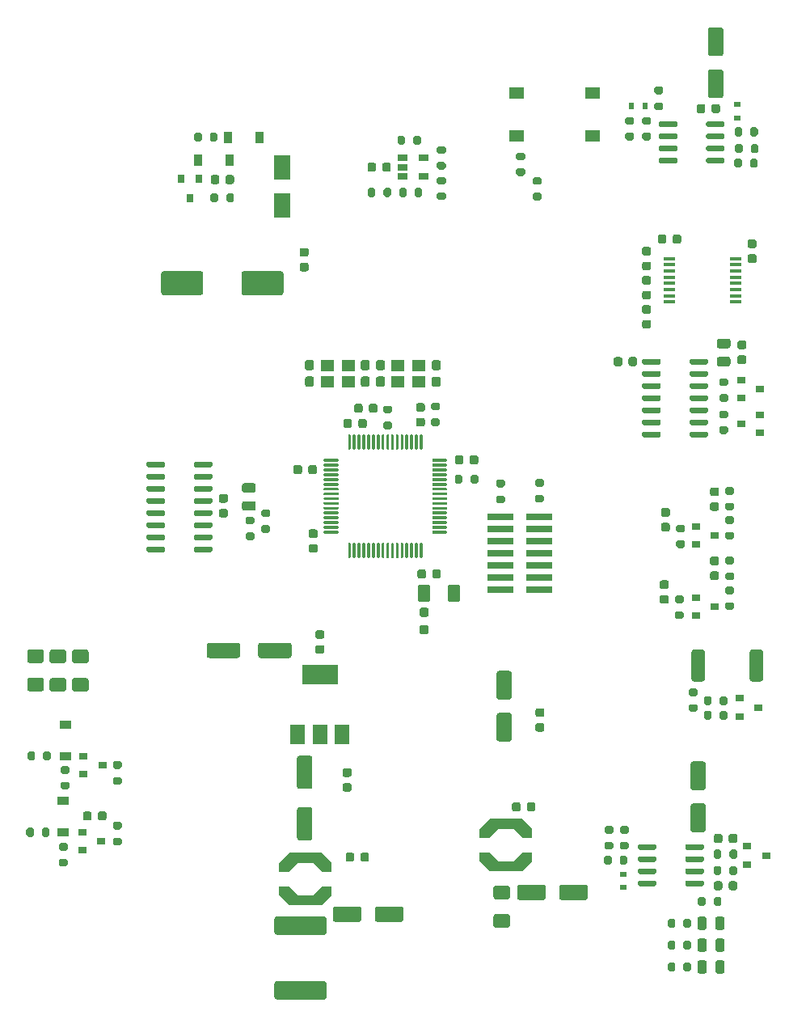
<source format=gbr>
G04 #@! TF.GenerationSoftware,KiCad,Pcbnew,(5.1.9)-1*
G04 #@! TF.CreationDate,2021-05-11T09:04:56+02:00*
G04 #@! TF.ProjectId,SIOMv01,53494f4d-7630-4312-9e6b-696361645f70,rev?*
G04 #@! TF.SameCoordinates,Original*
G04 #@! TF.FileFunction,Paste,Top*
G04 #@! TF.FilePolarity,Positive*
%FSLAX46Y46*%
G04 Gerber Fmt 4.6, Leading zero omitted, Abs format (unit mm)*
G04 Created by KiCad (PCBNEW (5.1.9)-1) date 2021-05-11 09:04:56*
%MOMM*%
%LPD*%
G01*
G04 APERTURE LIST*
%ADD10R,1.800000X2.500000*%
%ADD11R,1.060000X0.650000*%
%ADD12R,2.790000X0.740000*%
%ADD13C,0.100000*%
%ADD14R,1.400000X1.200000*%
%ADD15R,1.200000X0.400000*%
%ADD16R,1.500000X2.000000*%
%ADD17R,3.800000X2.000000*%
%ADD18R,1.550000X1.300000*%
%ADD19R,0.900000X0.800000*%
%ADD20R,0.800000X0.900000*%
%ADD21R,0.700000X0.600000*%
%ADD22R,0.600000X0.700000*%
%ADD23R,0.900000X1.200000*%
%ADD24R,1.200000X0.900000*%
G04 APERTURE END LIST*
G36*
G01*
X58611999Y-168871200D02*
X63562001Y-168871200D01*
G75*
G02*
X63812000Y-169121199I0J-249999D01*
G01*
X63812000Y-170546201D01*
G75*
G02*
X63562001Y-170796200I-249999J0D01*
G01*
X58611999Y-170796200D01*
G75*
G02*
X58362000Y-170546201I0J249999D01*
G01*
X58362000Y-169121199D01*
G75*
G02*
X58611999Y-168871200I249999J0D01*
G01*
G37*
G36*
G01*
X58611999Y-162096200D02*
X63562001Y-162096200D01*
G75*
G02*
X63812000Y-162346199I0J-249999D01*
G01*
X63812000Y-163771201D01*
G75*
G02*
X63562001Y-164021200I-249999J0D01*
G01*
X58611999Y-164021200D01*
G75*
G02*
X58362000Y-163771201I0J249999D01*
G01*
X58362000Y-162346199D01*
G75*
G02*
X58611999Y-162096200I249999J0D01*
G01*
G37*
D10*
X59182000Y-83667600D03*
X59182000Y-87667600D03*
D11*
X74012000Y-82713800D03*
X74012000Y-84613800D03*
X71812000Y-84613800D03*
X71812000Y-83663800D03*
X71812000Y-82713800D03*
G36*
G01*
X76119400Y-82265200D02*
X75569400Y-82265200D01*
G75*
G02*
X75369400Y-82065200I0J200000D01*
G01*
X75369400Y-81665200D01*
G75*
G02*
X75569400Y-81465200I200000J0D01*
G01*
X76119400Y-81465200D01*
G75*
G02*
X76319400Y-81665200I0J-200000D01*
G01*
X76319400Y-82065200D01*
G75*
G02*
X76119400Y-82265200I-200000J0D01*
G01*
G37*
G36*
G01*
X76119400Y-83915200D02*
X75569400Y-83915200D01*
G75*
G02*
X75369400Y-83715200I0J200000D01*
G01*
X75369400Y-83315200D01*
G75*
G02*
X75569400Y-83115200I200000J0D01*
G01*
X76119400Y-83115200D01*
G75*
G02*
X76319400Y-83315200I0J-200000D01*
G01*
X76319400Y-83715200D01*
G75*
G02*
X76119400Y-83915200I-200000J0D01*
G01*
G37*
G36*
G01*
X76119400Y-85464600D02*
X75569400Y-85464600D01*
G75*
G02*
X75369400Y-85264600I0J200000D01*
G01*
X75369400Y-84864600D01*
G75*
G02*
X75569400Y-84664600I200000J0D01*
G01*
X76119400Y-84664600D01*
G75*
G02*
X76319400Y-84864600I0J-200000D01*
G01*
X76319400Y-85264600D01*
G75*
G02*
X76119400Y-85464600I-200000J0D01*
G01*
G37*
G36*
G01*
X76119400Y-87114600D02*
X75569400Y-87114600D01*
G75*
G02*
X75369400Y-86914600I0J200000D01*
G01*
X75369400Y-86514600D01*
G75*
G02*
X75569400Y-86314600I200000J0D01*
G01*
X76119400Y-86314600D01*
G75*
G02*
X76319400Y-86514600I0J-200000D01*
G01*
X76319400Y-86914600D01*
G75*
G02*
X76119400Y-87114600I-200000J0D01*
G01*
G37*
G36*
G01*
X73056800Y-86584200D02*
X73056800Y-86034200D01*
G75*
G02*
X73256800Y-85834200I200000J0D01*
G01*
X73656800Y-85834200D01*
G75*
G02*
X73856800Y-86034200I0J-200000D01*
G01*
X73856800Y-86584200D01*
G75*
G02*
X73656800Y-86784200I-200000J0D01*
G01*
X73256800Y-86784200D01*
G75*
G02*
X73056800Y-86584200I0J200000D01*
G01*
G37*
G36*
G01*
X71406800Y-86584200D02*
X71406800Y-86034200D01*
G75*
G02*
X71606800Y-85834200I200000J0D01*
G01*
X72006800Y-85834200D01*
G75*
G02*
X72206800Y-86034200I0J-200000D01*
G01*
X72206800Y-86584200D01*
G75*
G02*
X72006800Y-86784200I-200000J0D01*
G01*
X71606800Y-86784200D01*
G75*
G02*
X71406800Y-86584200I0J200000D01*
G01*
G37*
G36*
G01*
X69780200Y-86584200D02*
X69780200Y-86034200D01*
G75*
G02*
X69980200Y-85834200I200000J0D01*
G01*
X70380200Y-85834200D01*
G75*
G02*
X70580200Y-86034200I0J-200000D01*
G01*
X70580200Y-86584200D01*
G75*
G02*
X70380200Y-86784200I-200000J0D01*
G01*
X69980200Y-86784200D01*
G75*
G02*
X69780200Y-86584200I0J200000D01*
G01*
G37*
G36*
G01*
X68130200Y-86584200D02*
X68130200Y-86034200D01*
G75*
G02*
X68330200Y-85834200I200000J0D01*
G01*
X68730200Y-85834200D01*
G75*
G02*
X68930200Y-86034200I0J-200000D01*
G01*
X68930200Y-86584200D01*
G75*
G02*
X68730200Y-86784200I-200000J0D01*
G01*
X68330200Y-86784200D01*
G75*
G02*
X68130200Y-86584200I0J200000D01*
G01*
G37*
G36*
G01*
X72053400Y-80573200D02*
X72053400Y-81123200D01*
G75*
G02*
X71853400Y-81323200I-200000J0D01*
G01*
X71453400Y-81323200D01*
G75*
G02*
X71253400Y-81123200I0J200000D01*
G01*
X71253400Y-80573200D01*
G75*
G02*
X71453400Y-80373200I200000J0D01*
G01*
X71853400Y-80373200D01*
G75*
G02*
X72053400Y-80573200I0J-200000D01*
G01*
G37*
G36*
G01*
X73703400Y-80573200D02*
X73703400Y-81123200D01*
G75*
G02*
X73503400Y-81323200I-200000J0D01*
G01*
X73103400Y-81323200D01*
G75*
G02*
X72903400Y-81123200I0J200000D01*
G01*
X72903400Y-80573200D01*
G75*
G02*
X73103400Y-80373200I200000J0D01*
G01*
X73503400Y-80373200D01*
G75*
G02*
X73703400Y-80573200I0J-200000D01*
G01*
G37*
G36*
G01*
X50899200Y-94808800D02*
X50899200Y-96808800D01*
G75*
G02*
X50649200Y-97058800I-250000J0D01*
G01*
X46749200Y-97058800D01*
G75*
G02*
X46499200Y-96808800I0J250000D01*
G01*
X46499200Y-94808800D01*
G75*
G02*
X46749200Y-94558800I250000J0D01*
G01*
X50649200Y-94558800D01*
G75*
G02*
X50899200Y-94808800I0J-250000D01*
G01*
G37*
G36*
G01*
X59299200Y-94808800D02*
X59299200Y-96808800D01*
G75*
G02*
X59049200Y-97058800I-250000J0D01*
G01*
X55149200Y-97058800D01*
G75*
G02*
X54899200Y-96808800I0J250000D01*
G01*
X54899200Y-94808800D01*
G75*
G02*
X55149200Y-94558800I250000J0D01*
G01*
X59049200Y-94558800D01*
G75*
G02*
X59299200Y-94808800I0J-250000D01*
G01*
G37*
G36*
G01*
X69004600Y-83417600D02*
X69004600Y-83917600D01*
G75*
G02*
X68779600Y-84142600I-225000J0D01*
G01*
X68329600Y-84142600D01*
G75*
G02*
X68104600Y-83917600I0J225000D01*
G01*
X68104600Y-83417600D01*
G75*
G02*
X68329600Y-83192600I225000J0D01*
G01*
X68779600Y-83192600D01*
G75*
G02*
X69004600Y-83417600I0J-225000D01*
G01*
G37*
G36*
G01*
X70554600Y-83417600D02*
X70554600Y-83917600D01*
G75*
G02*
X70329600Y-84142600I-225000J0D01*
G01*
X69879600Y-84142600D01*
G75*
G02*
X69654600Y-83917600I0J225000D01*
G01*
X69654600Y-83417600D01*
G75*
G02*
X69879600Y-83192600I225000J0D01*
G01*
X70329600Y-83192600D01*
G75*
G02*
X70554600Y-83417600I0J-225000D01*
G01*
G37*
D12*
X82039000Y-120269000D03*
X86109000Y-120269000D03*
X82039000Y-121539000D03*
X86109000Y-121539000D03*
X82039000Y-122809000D03*
X86109000Y-122809000D03*
X82039000Y-124079000D03*
X86109000Y-124079000D03*
X82039000Y-125349000D03*
X86109000Y-125349000D03*
X82039000Y-126619000D03*
X86109000Y-126619000D03*
X82039000Y-127889000D03*
X86109000Y-127889000D03*
G36*
G01*
X84143000Y-150372000D02*
X84143000Y-150872000D01*
G75*
G02*
X83918000Y-151097000I-225000J0D01*
G01*
X83468000Y-151097000D01*
G75*
G02*
X83243000Y-150872000I0J225000D01*
G01*
X83243000Y-150372000D01*
G75*
G02*
X83468000Y-150147000I225000J0D01*
G01*
X83918000Y-150147000D01*
G75*
G02*
X84143000Y-150372000I0J-225000D01*
G01*
G37*
G36*
G01*
X85693000Y-150372000D02*
X85693000Y-150872000D01*
G75*
G02*
X85468000Y-151097000I-225000J0D01*
G01*
X85018000Y-151097000D01*
G75*
G02*
X84793000Y-150872000I0J225000D01*
G01*
X84793000Y-150372000D01*
G75*
G02*
X85018000Y-150147000I225000J0D01*
G01*
X85468000Y-150147000D01*
G75*
G02*
X85693000Y-150372000I0J-225000D01*
G01*
G37*
G36*
G01*
X82794000Y-160297500D02*
X81544000Y-160297500D01*
G75*
G02*
X81294000Y-160047500I0J250000D01*
G01*
X81294000Y-159122500D01*
G75*
G02*
X81544000Y-158872500I250000J0D01*
G01*
X82794000Y-158872500D01*
G75*
G02*
X83044000Y-159122500I0J-250000D01*
G01*
X83044000Y-160047500D01*
G75*
G02*
X82794000Y-160297500I-250000J0D01*
G01*
G37*
G36*
G01*
X82794000Y-163272500D02*
X81544000Y-163272500D01*
G75*
G02*
X81294000Y-163022500I0J250000D01*
G01*
X81294000Y-162097500D01*
G75*
G02*
X81544000Y-161847500I250000J0D01*
G01*
X82794000Y-161847500D01*
G75*
G02*
X83044000Y-162097500I0J-250000D01*
G01*
X83044000Y-163022500D01*
G75*
G02*
X82794000Y-163272500I-250000J0D01*
G01*
G37*
G36*
G01*
X105134500Y-72030000D02*
X104034500Y-72030000D01*
G75*
G02*
X103784500Y-71780000I0J250000D01*
G01*
X103784500Y-69280000D01*
G75*
G02*
X104034500Y-69030000I250000J0D01*
G01*
X105134500Y-69030000D01*
G75*
G02*
X105384500Y-69280000I0J-250000D01*
G01*
X105384500Y-71780000D01*
G75*
G02*
X105134500Y-72030000I-250000J0D01*
G01*
G37*
G36*
G01*
X105134500Y-76430000D02*
X104034500Y-76430000D01*
G75*
G02*
X103784500Y-76180000I0J250000D01*
G01*
X103784500Y-73680000D01*
G75*
G02*
X104034500Y-73430000I250000J0D01*
G01*
X105134500Y-73430000D01*
G75*
G02*
X105384500Y-73680000I0J-250000D01*
G01*
X105384500Y-76180000D01*
G75*
G02*
X105134500Y-76430000I-250000J0D01*
G01*
G37*
G36*
G01*
X103293000Y-148865000D02*
X102193000Y-148865000D01*
G75*
G02*
X101943000Y-148615000I0J250000D01*
G01*
X101943000Y-146115000D01*
G75*
G02*
X102193000Y-145865000I250000J0D01*
G01*
X103293000Y-145865000D01*
G75*
G02*
X103543000Y-146115000I0J-250000D01*
G01*
X103543000Y-148615000D01*
G75*
G02*
X103293000Y-148865000I-250000J0D01*
G01*
G37*
G36*
G01*
X103293000Y-153265000D02*
X102193000Y-153265000D01*
G75*
G02*
X101943000Y-153015000I0J250000D01*
G01*
X101943000Y-150515000D01*
G75*
G02*
X102193000Y-150265000I250000J0D01*
G01*
X103293000Y-150265000D01*
G75*
G02*
X103543000Y-150515000I0J-250000D01*
G01*
X103543000Y-153015000D01*
G75*
G02*
X103293000Y-153265000I-250000J0D01*
G01*
G37*
G36*
G01*
X54770000Y-133689000D02*
X54770000Y-134789000D01*
G75*
G02*
X54520000Y-135039000I-250000J0D01*
G01*
X51520000Y-135039000D01*
G75*
G02*
X51270000Y-134789000I0J250000D01*
G01*
X51270000Y-133689000D01*
G75*
G02*
X51520000Y-133439000I250000J0D01*
G01*
X54520000Y-133439000D01*
G75*
G02*
X54770000Y-133689000I0J-250000D01*
G01*
G37*
G36*
G01*
X60170000Y-133689000D02*
X60170000Y-134789000D01*
G75*
G02*
X59920000Y-135039000I-250000J0D01*
G01*
X56920000Y-135039000D01*
G75*
G02*
X56670000Y-134789000I0J250000D01*
G01*
X56670000Y-133689000D01*
G75*
G02*
X56920000Y-133439000I250000J0D01*
G01*
X59920000Y-133439000D01*
G75*
G02*
X60170000Y-133689000I0J-250000D01*
G01*
G37*
D13*
G36*
X59895000Y-155418500D02*
G01*
X63295000Y-155418500D01*
X64350000Y-156473500D01*
X64350000Y-157413500D01*
X63295000Y-157413500D01*
X62439500Y-156473500D01*
X60750500Y-156473500D01*
X59895000Y-157413500D01*
X58840000Y-157413500D01*
X58840000Y-156473500D01*
X59895000Y-155418500D01*
G37*
G36*
X59895000Y-158933500D02*
G01*
X60750500Y-159873500D01*
X62439500Y-159873500D01*
X63295000Y-158933500D01*
X64350000Y-158933500D01*
X64350000Y-159873500D01*
X63295000Y-160928500D01*
X59895000Y-160928500D01*
X58840000Y-159873500D01*
X58840000Y-158933500D01*
X59895000Y-158933500D01*
G37*
G36*
X80913500Y-151872500D02*
G01*
X84313500Y-151872500D01*
X85368500Y-152927500D01*
X85368500Y-153867500D01*
X84313500Y-153867500D01*
X83458000Y-152927500D01*
X81769000Y-152927500D01*
X80913500Y-153867500D01*
X79858500Y-153867500D01*
X79858500Y-152927500D01*
X80913500Y-151872500D01*
G37*
G36*
X80913500Y-155387500D02*
G01*
X81769000Y-156327500D01*
X83458000Y-156327500D01*
X84313500Y-155387500D01*
X85368500Y-155387500D01*
X85368500Y-156327500D01*
X84313500Y-157382500D01*
X80913500Y-157382500D01*
X79858500Y-156327500D01*
X79858500Y-155387500D01*
X80913500Y-155387500D01*
G37*
G36*
G01*
X104707500Y-125328500D02*
X104207500Y-125328500D01*
G75*
G02*
X103982500Y-125103500I0J225000D01*
G01*
X103982500Y-124653500D01*
G75*
G02*
X104207500Y-124428500I225000J0D01*
G01*
X104707500Y-124428500D01*
G75*
G02*
X104932500Y-124653500I0J-225000D01*
G01*
X104932500Y-125103500D01*
G75*
G02*
X104707500Y-125328500I-225000J0D01*
G01*
G37*
G36*
G01*
X104707500Y-126878500D02*
X104207500Y-126878500D01*
G75*
G02*
X103982500Y-126653500I0J225000D01*
G01*
X103982500Y-126203500D01*
G75*
G02*
X104207500Y-125978500I225000J0D01*
G01*
X104707500Y-125978500D01*
G75*
G02*
X104932500Y-126203500I0J-225000D01*
G01*
X104932500Y-126653500D01*
G75*
G02*
X104707500Y-126878500I-225000J0D01*
G01*
G37*
G36*
G01*
X99437000Y-127805000D02*
X98937000Y-127805000D01*
G75*
G02*
X98712000Y-127580000I0J225000D01*
G01*
X98712000Y-127130000D01*
G75*
G02*
X98937000Y-126905000I225000J0D01*
G01*
X99437000Y-126905000D01*
G75*
G02*
X99662000Y-127130000I0J-225000D01*
G01*
X99662000Y-127580000D01*
G75*
G02*
X99437000Y-127805000I-225000J0D01*
G01*
G37*
G36*
G01*
X99437000Y-129355000D02*
X98937000Y-129355000D01*
G75*
G02*
X98712000Y-129130000I0J225000D01*
G01*
X98712000Y-128680000D01*
G75*
G02*
X98937000Y-128455000I225000J0D01*
G01*
X99437000Y-128455000D01*
G75*
G02*
X99662000Y-128680000I0J-225000D01*
G01*
X99662000Y-129130000D01*
G75*
G02*
X99437000Y-129355000I-225000J0D01*
G01*
G37*
D14*
X66081000Y-106157500D03*
X63881000Y-106157500D03*
X63881000Y-104457500D03*
X66081000Y-104457500D03*
X73469500Y-106094000D03*
X71269500Y-106094000D03*
X71269500Y-104394000D03*
X73469500Y-104394000D03*
G36*
G01*
X34143000Y-145563000D02*
X34143000Y-145013000D01*
G75*
G02*
X34343000Y-144813000I200000J0D01*
G01*
X34743000Y-144813000D01*
G75*
G02*
X34943000Y-145013000I0J-200000D01*
G01*
X34943000Y-145563000D01*
G75*
G02*
X34743000Y-145763000I-200000J0D01*
G01*
X34343000Y-145763000D01*
G75*
G02*
X34143000Y-145563000I0J200000D01*
G01*
G37*
G36*
G01*
X32493000Y-145563000D02*
X32493000Y-145013000D01*
G75*
G02*
X32693000Y-144813000I200000J0D01*
G01*
X33093000Y-144813000D01*
G75*
G02*
X33293000Y-145013000I0J-200000D01*
G01*
X33293000Y-145563000D01*
G75*
G02*
X33093000Y-145763000I-200000J0D01*
G01*
X32693000Y-145763000D01*
G75*
G02*
X32493000Y-145563000I0J200000D01*
G01*
G37*
G36*
G01*
X38661500Y-135586500D02*
X37411500Y-135586500D01*
G75*
G02*
X37161500Y-135336500I0J250000D01*
G01*
X37161500Y-134411500D01*
G75*
G02*
X37411500Y-134161500I250000J0D01*
G01*
X38661500Y-134161500D01*
G75*
G02*
X38911500Y-134411500I0J-250000D01*
G01*
X38911500Y-135336500D01*
G75*
G02*
X38661500Y-135586500I-250000J0D01*
G01*
G37*
G36*
G01*
X38661500Y-138561500D02*
X37411500Y-138561500D01*
G75*
G02*
X37161500Y-138311500I0J250000D01*
G01*
X37161500Y-137386500D01*
G75*
G02*
X37411500Y-137136500I250000J0D01*
G01*
X38661500Y-137136500D01*
G75*
G02*
X38911500Y-137386500I0J-250000D01*
G01*
X38911500Y-138311500D01*
G75*
G02*
X38661500Y-138561500I-250000J0D01*
G01*
G37*
G36*
G01*
X36312000Y-135586500D02*
X35062000Y-135586500D01*
G75*
G02*
X34812000Y-135336500I0J250000D01*
G01*
X34812000Y-134411500D01*
G75*
G02*
X35062000Y-134161500I250000J0D01*
G01*
X36312000Y-134161500D01*
G75*
G02*
X36562000Y-134411500I0J-250000D01*
G01*
X36562000Y-135336500D01*
G75*
G02*
X36312000Y-135586500I-250000J0D01*
G01*
G37*
G36*
G01*
X36312000Y-138561500D02*
X35062000Y-138561500D01*
G75*
G02*
X34812000Y-138311500I0J250000D01*
G01*
X34812000Y-137386500D01*
G75*
G02*
X35062000Y-137136500I250000J0D01*
G01*
X36312000Y-137136500D01*
G75*
G02*
X36562000Y-137386500I0J-250000D01*
G01*
X36562000Y-138311500D01*
G75*
G02*
X36312000Y-138561500I-250000J0D01*
G01*
G37*
G36*
G01*
X33962500Y-135559500D02*
X32712500Y-135559500D01*
G75*
G02*
X32462500Y-135309500I0J250000D01*
G01*
X32462500Y-134384500D01*
G75*
G02*
X32712500Y-134134500I250000J0D01*
G01*
X33962500Y-134134500D01*
G75*
G02*
X34212500Y-134384500I0J-250000D01*
G01*
X34212500Y-135309500D01*
G75*
G02*
X33962500Y-135559500I-250000J0D01*
G01*
G37*
G36*
G01*
X33962500Y-138534500D02*
X32712500Y-138534500D01*
G75*
G02*
X32462500Y-138284500I0J250000D01*
G01*
X32462500Y-137359500D01*
G75*
G02*
X32712500Y-137109500I250000J0D01*
G01*
X33962500Y-137109500D01*
G75*
G02*
X34212500Y-137359500I0J-250000D01*
G01*
X34212500Y-138284500D01*
G75*
G02*
X33962500Y-138534500I-250000J0D01*
G01*
G37*
G36*
G01*
X103443000Y-134401499D02*
X103443000Y-137251501D01*
G75*
G02*
X103193001Y-137501500I-249999J0D01*
G01*
X102292999Y-137501500D01*
G75*
G02*
X102043000Y-137251501I0J249999D01*
G01*
X102043000Y-134401499D01*
G75*
G02*
X102292999Y-134151500I249999J0D01*
G01*
X103193001Y-134151500D01*
G75*
G02*
X103443000Y-134401499I0J-249999D01*
G01*
G37*
G36*
G01*
X109543000Y-134401499D02*
X109543000Y-137251501D01*
G75*
G02*
X109293001Y-137501500I-249999J0D01*
G01*
X108392999Y-137501500D01*
G75*
G02*
X108143000Y-137251501I0J249999D01*
G01*
X108143000Y-134401499D01*
G75*
G02*
X108392999Y-134151500I249999J0D01*
G01*
X109293001Y-134151500D01*
G75*
G02*
X109543000Y-134401499I0J-249999D01*
G01*
G37*
G36*
G01*
X94798000Y-103763000D02*
X94798000Y-104263000D01*
G75*
G02*
X94573000Y-104488000I-225000J0D01*
G01*
X94123000Y-104488000D01*
G75*
G02*
X93898000Y-104263000I0J225000D01*
G01*
X93898000Y-103763000D01*
G75*
G02*
X94123000Y-103538000I225000J0D01*
G01*
X94573000Y-103538000D01*
G75*
G02*
X94798000Y-103763000I0J-225000D01*
G01*
G37*
G36*
G01*
X96348000Y-103763000D02*
X96348000Y-104263000D01*
G75*
G02*
X96123000Y-104488000I-225000J0D01*
G01*
X95673000Y-104488000D01*
G75*
G02*
X95448000Y-104263000I0J225000D01*
G01*
X95448000Y-103763000D01*
G75*
G02*
X95673000Y-103538000I225000J0D01*
G01*
X96123000Y-103538000D01*
G75*
G02*
X96348000Y-103763000I0J-225000D01*
G01*
G37*
G36*
G01*
X101830000Y-104163000D02*
X101830000Y-103863000D01*
G75*
G02*
X101980000Y-103713000I150000J0D01*
G01*
X103630000Y-103713000D01*
G75*
G02*
X103780000Y-103863000I0J-150000D01*
G01*
X103780000Y-104163000D01*
G75*
G02*
X103630000Y-104313000I-150000J0D01*
G01*
X101980000Y-104313000D01*
G75*
G02*
X101830000Y-104163000I0J150000D01*
G01*
G37*
G36*
G01*
X101830000Y-105433000D02*
X101830000Y-105133000D01*
G75*
G02*
X101980000Y-104983000I150000J0D01*
G01*
X103630000Y-104983000D01*
G75*
G02*
X103780000Y-105133000I0J-150000D01*
G01*
X103780000Y-105433000D01*
G75*
G02*
X103630000Y-105583000I-150000J0D01*
G01*
X101980000Y-105583000D01*
G75*
G02*
X101830000Y-105433000I0J150000D01*
G01*
G37*
G36*
G01*
X101830000Y-106703000D02*
X101830000Y-106403000D01*
G75*
G02*
X101980000Y-106253000I150000J0D01*
G01*
X103630000Y-106253000D01*
G75*
G02*
X103780000Y-106403000I0J-150000D01*
G01*
X103780000Y-106703000D01*
G75*
G02*
X103630000Y-106853000I-150000J0D01*
G01*
X101980000Y-106853000D01*
G75*
G02*
X101830000Y-106703000I0J150000D01*
G01*
G37*
G36*
G01*
X101830000Y-107973000D02*
X101830000Y-107673000D01*
G75*
G02*
X101980000Y-107523000I150000J0D01*
G01*
X103630000Y-107523000D01*
G75*
G02*
X103780000Y-107673000I0J-150000D01*
G01*
X103780000Y-107973000D01*
G75*
G02*
X103630000Y-108123000I-150000J0D01*
G01*
X101980000Y-108123000D01*
G75*
G02*
X101830000Y-107973000I0J150000D01*
G01*
G37*
G36*
G01*
X101830000Y-109243000D02*
X101830000Y-108943000D01*
G75*
G02*
X101980000Y-108793000I150000J0D01*
G01*
X103630000Y-108793000D01*
G75*
G02*
X103780000Y-108943000I0J-150000D01*
G01*
X103780000Y-109243000D01*
G75*
G02*
X103630000Y-109393000I-150000J0D01*
G01*
X101980000Y-109393000D01*
G75*
G02*
X101830000Y-109243000I0J150000D01*
G01*
G37*
G36*
G01*
X101830000Y-110513000D02*
X101830000Y-110213000D01*
G75*
G02*
X101980000Y-110063000I150000J0D01*
G01*
X103630000Y-110063000D01*
G75*
G02*
X103780000Y-110213000I0J-150000D01*
G01*
X103780000Y-110513000D01*
G75*
G02*
X103630000Y-110663000I-150000J0D01*
G01*
X101980000Y-110663000D01*
G75*
G02*
X101830000Y-110513000I0J150000D01*
G01*
G37*
G36*
G01*
X101830000Y-111783000D02*
X101830000Y-111483000D01*
G75*
G02*
X101980000Y-111333000I150000J0D01*
G01*
X103630000Y-111333000D01*
G75*
G02*
X103780000Y-111483000I0J-150000D01*
G01*
X103780000Y-111783000D01*
G75*
G02*
X103630000Y-111933000I-150000J0D01*
G01*
X101980000Y-111933000D01*
G75*
G02*
X101830000Y-111783000I0J150000D01*
G01*
G37*
G36*
G01*
X96880000Y-111783000D02*
X96880000Y-111483000D01*
G75*
G02*
X97030000Y-111333000I150000J0D01*
G01*
X98680000Y-111333000D01*
G75*
G02*
X98830000Y-111483000I0J-150000D01*
G01*
X98830000Y-111783000D01*
G75*
G02*
X98680000Y-111933000I-150000J0D01*
G01*
X97030000Y-111933000D01*
G75*
G02*
X96880000Y-111783000I0J150000D01*
G01*
G37*
G36*
G01*
X96880000Y-110513000D02*
X96880000Y-110213000D01*
G75*
G02*
X97030000Y-110063000I150000J0D01*
G01*
X98680000Y-110063000D01*
G75*
G02*
X98830000Y-110213000I0J-150000D01*
G01*
X98830000Y-110513000D01*
G75*
G02*
X98680000Y-110663000I-150000J0D01*
G01*
X97030000Y-110663000D01*
G75*
G02*
X96880000Y-110513000I0J150000D01*
G01*
G37*
G36*
G01*
X96880000Y-109243000D02*
X96880000Y-108943000D01*
G75*
G02*
X97030000Y-108793000I150000J0D01*
G01*
X98680000Y-108793000D01*
G75*
G02*
X98830000Y-108943000I0J-150000D01*
G01*
X98830000Y-109243000D01*
G75*
G02*
X98680000Y-109393000I-150000J0D01*
G01*
X97030000Y-109393000D01*
G75*
G02*
X96880000Y-109243000I0J150000D01*
G01*
G37*
G36*
G01*
X96880000Y-107973000D02*
X96880000Y-107673000D01*
G75*
G02*
X97030000Y-107523000I150000J0D01*
G01*
X98680000Y-107523000D01*
G75*
G02*
X98830000Y-107673000I0J-150000D01*
G01*
X98830000Y-107973000D01*
G75*
G02*
X98680000Y-108123000I-150000J0D01*
G01*
X97030000Y-108123000D01*
G75*
G02*
X96880000Y-107973000I0J150000D01*
G01*
G37*
G36*
G01*
X96880000Y-106703000D02*
X96880000Y-106403000D01*
G75*
G02*
X97030000Y-106253000I150000J0D01*
G01*
X98680000Y-106253000D01*
G75*
G02*
X98830000Y-106403000I0J-150000D01*
G01*
X98830000Y-106703000D01*
G75*
G02*
X98680000Y-106853000I-150000J0D01*
G01*
X97030000Y-106853000D01*
G75*
G02*
X96880000Y-106703000I0J150000D01*
G01*
G37*
G36*
G01*
X96880000Y-105433000D02*
X96880000Y-105133000D01*
G75*
G02*
X97030000Y-104983000I150000J0D01*
G01*
X98680000Y-104983000D01*
G75*
G02*
X98830000Y-105133000I0J-150000D01*
G01*
X98830000Y-105433000D01*
G75*
G02*
X98680000Y-105583000I-150000J0D01*
G01*
X97030000Y-105583000D01*
G75*
G02*
X96880000Y-105433000I0J150000D01*
G01*
G37*
G36*
G01*
X96880000Y-104163000D02*
X96880000Y-103863000D01*
G75*
G02*
X97030000Y-103713000I150000J0D01*
G01*
X98680000Y-103713000D01*
G75*
G02*
X98830000Y-103863000I0J-150000D01*
G01*
X98830000Y-104163000D01*
G75*
G02*
X98680000Y-104313000I-150000J0D01*
G01*
X97030000Y-104313000D01*
G75*
G02*
X96880000Y-104163000I0J150000D01*
G01*
G37*
D15*
X106637500Y-93229000D03*
X106637500Y-93879000D03*
X106637500Y-94529000D03*
X106637500Y-95179000D03*
X106637500Y-95829000D03*
X106637500Y-96479000D03*
X106637500Y-97129000D03*
X106637500Y-97779000D03*
X99737500Y-97779000D03*
X99737500Y-97129000D03*
X99737500Y-96479000D03*
X99737500Y-95829000D03*
X99737500Y-95179000D03*
X99737500Y-94529000D03*
X99737500Y-93879000D03*
X99737500Y-93229000D03*
G36*
G01*
X101384000Y-154963000D02*
X101384000Y-154663000D01*
G75*
G02*
X101534000Y-154513000I150000J0D01*
G01*
X103184000Y-154513000D01*
G75*
G02*
X103334000Y-154663000I0J-150000D01*
G01*
X103334000Y-154963000D01*
G75*
G02*
X103184000Y-155113000I-150000J0D01*
G01*
X101534000Y-155113000D01*
G75*
G02*
X101384000Y-154963000I0J150000D01*
G01*
G37*
G36*
G01*
X101384000Y-156233000D02*
X101384000Y-155933000D01*
G75*
G02*
X101534000Y-155783000I150000J0D01*
G01*
X103184000Y-155783000D01*
G75*
G02*
X103334000Y-155933000I0J-150000D01*
G01*
X103334000Y-156233000D01*
G75*
G02*
X103184000Y-156383000I-150000J0D01*
G01*
X101534000Y-156383000D01*
G75*
G02*
X101384000Y-156233000I0J150000D01*
G01*
G37*
G36*
G01*
X101384000Y-157503000D02*
X101384000Y-157203000D01*
G75*
G02*
X101534000Y-157053000I150000J0D01*
G01*
X103184000Y-157053000D01*
G75*
G02*
X103334000Y-157203000I0J-150000D01*
G01*
X103334000Y-157503000D01*
G75*
G02*
X103184000Y-157653000I-150000J0D01*
G01*
X101534000Y-157653000D01*
G75*
G02*
X101384000Y-157503000I0J150000D01*
G01*
G37*
G36*
G01*
X101384000Y-158773000D02*
X101384000Y-158473000D01*
G75*
G02*
X101534000Y-158323000I150000J0D01*
G01*
X103184000Y-158323000D01*
G75*
G02*
X103334000Y-158473000I0J-150000D01*
G01*
X103334000Y-158773000D01*
G75*
G02*
X103184000Y-158923000I-150000J0D01*
G01*
X101534000Y-158923000D01*
G75*
G02*
X101384000Y-158773000I0J150000D01*
G01*
G37*
G36*
G01*
X96434000Y-158773000D02*
X96434000Y-158473000D01*
G75*
G02*
X96584000Y-158323000I150000J0D01*
G01*
X98234000Y-158323000D01*
G75*
G02*
X98384000Y-158473000I0J-150000D01*
G01*
X98384000Y-158773000D01*
G75*
G02*
X98234000Y-158923000I-150000J0D01*
G01*
X96584000Y-158923000D01*
G75*
G02*
X96434000Y-158773000I0J150000D01*
G01*
G37*
G36*
G01*
X96434000Y-157503000D02*
X96434000Y-157203000D01*
G75*
G02*
X96584000Y-157053000I150000J0D01*
G01*
X98234000Y-157053000D01*
G75*
G02*
X98384000Y-157203000I0J-150000D01*
G01*
X98384000Y-157503000D01*
G75*
G02*
X98234000Y-157653000I-150000J0D01*
G01*
X96584000Y-157653000D01*
G75*
G02*
X96434000Y-157503000I0J150000D01*
G01*
G37*
G36*
G01*
X96434000Y-156233000D02*
X96434000Y-155933000D01*
G75*
G02*
X96584000Y-155783000I150000J0D01*
G01*
X98234000Y-155783000D01*
G75*
G02*
X98384000Y-155933000I0J-150000D01*
G01*
X98384000Y-156233000D01*
G75*
G02*
X98234000Y-156383000I-150000J0D01*
G01*
X96584000Y-156383000D01*
G75*
G02*
X96434000Y-156233000I0J150000D01*
G01*
G37*
G36*
G01*
X96434000Y-154963000D02*
X96434000Y-154663000D01*
G75*
G02*
X96584000Y-154513000I150000J0D01*
G01*
X98234000Y-154513000D01*
G75*
G02*
X98384000Y-154663000I0J-150000D01*
G01*
X98384000Y-154963000D01*
G75*
G02*
X98234000Y-155113000I-150000J0D01*
G01*
X96584000Y-155113000D01*
G75*
G02*
X96434000Y-154963000I0J150000D01*
G01*
G37*
G36*
G01*
X74952000Y-114210000D02*
X76352000Y-114210000D01*
G75*
G02*
X76427000Y-114285000I0J-75000D01*
G01*
X76427000Y-114435000D01*
G75*
G02*
X76352000Y-114510000I-75000J0D01*
G01*
X74952000Y-114510000D01*
G75*
G02*
X74877000Y-114435000I0J75000D01*
G01*
X74877000Y-114285000D01*
G75*
G02*
X74952000Y-114210000I75000J0D01*
G01*
G37*
G36*
G01*
X74952000Y-114710000D02*
X76352000Y-114710000D01*
G75*
G02*
X76427000Y-114785000I0J-75000D01*
G01*
X76427000Y-114935000D01*
G75*
G02*
X76352000Y-115010000I-75000J0D01*
G01*
X74952000Y-115010000D01*
G75*
G02*
X74877000Y-114935000I0J75000D01*
G01*
X74877000Y-114785000D01*
G75*
G02*
X74952000Y-114710000I75000J0D01*
G01*
G37*
G36*
G01*
X74952000Y-115210000D02*
X76352000Y-115210000D01*
G75*
G02*
X76427000Y-115285000I0J-75000D01*
G01*
X76427000Y-115435000D01*
G75*
G02*
X76352000Y-115510000I-75000J0D01*
G01*
X74952000Y-115510000D01*
G75*
G02*
X74877000Y-115435000I0J75000D01*
G01*
X74877000Y-115285000D01*
G75*
G02*
X74952000Y-115210000I75000J0D01*
G01*
G37*
G36*
G01*
X74952000Y-115710000D02*
X76352000Y-115710000D01*
G75*
G02*
X76427000Y-115785000I0J-75000D01*
G01*
X76427000Y-115935000D01*
G75*
G02*
X76352000Y-116010000I-75000J0D01*
G01*
X74952000Y-116010000D01*
G75*
G02*
X74877000Y-115935000I0J75000D01*
G01*
X74877000Y-115785000D01*
G75*
G02*
X74952000Y-115710000I75000J0D01*
G01*
G37*
G36*
G01*
X74952000Y-116210000D02*
X76352000Y-116210000D01*
G75*
G02*
X76427000Y-116285000I0J-75000D01*
G01*
X76427000Y-116435000D01*
G75*
G02*
X76352000Y-116510000I-75000J0D01*
G01*
X74952000Y-116510000D01*
G75*
G02*
X74877000Y-116435000I0J75000D01*
G01*
X74877000Y-116285000D01*
G75*
G02*
X74952000Y-116210000I75000J0D01*
G01*
G37*
G36*
G01*
X74952000Y-116710000D02*
X76352000Y-116710000D01*
G75*
G02*
X76427000Y-116785000I0J-75000D01*
G01*
X76427000Y-116935000D01*
G75*
G02*
X76352000Y-117010000I-75000J0D01*
G01*
X74952000Y-117010000D01*
G75*
G02*
X74877000Y-116935000I0J75000D01*
G01*
X74877000Y-116785000D01*
G75*
G02*
X74952000Y-116710000I75000J0D01*
G01*
G37*
G36*
G01*
X74952000Y-117210000D02*
X76352000Y-117210000D01*
G75*
G02*
X76427000Y-117285000I0J-75000D01*
G01*
X76427000Y-117435000D01*
G75*
G02*
X76352000Y-117510000I-75000J0D01*
G01*
X74952000Y-117510000D01*
G75*
G02*
X74877000Y-117435000I0J75000D01*
G01*
X74877000Y-117285000D01*
G75*
G02*
X74952000Y-117210000I75000J0D01*
G01*
G37*
G36*
G01*
X74952000Y-117710000D02*
X76352000Y-117710000D01*
G75*
G02*
X76427000Y-117785000I0J-75000D01*
G01*
X76427000Y-117935000D01*
G75*
G02*
X76352000Y-118010000I-75000J0D01*
G01*
X74952000Y-118010000D01*
G75*
G02*
X74877000Y-117935000I0J75000D01*
G01*
X74877000Y-117785000D01*
G75*
G02*
X74952000Y-117710000I75000J0D01*
G01*
G37*
G36*
G01*
X74952000Y-118210000D02*
X76352000Y-118210000D01*
G75*
G02*
X76427000Y-118285000I0J-75000D01*
G01*
X76427000Y-118435000D01*
G75*
G02*
X76352000Y-118510000I-75000J0D01*
G01*
X74952000Y-118510000D01*
G75*
G02*
X74877000Y-118435000I0J75000D01*
G01*
X74877000Y-118285000D01*
G75*
G02*
X74952000Y-118210000I75000J0D01*
G01*
G37*
G36*
G01*
X74952000Y-118710000D02*
X76352000Y-118710000D01*
G75*
G02*
X76427000Y-118785000I0J-75000D01*
G01*
X76427000Y-118935000D01*
G75*
G02*
X76352000Y-119010000I-75000J0D01*
G01*
X74952000Y-119010000D01*
G75*
G02*
X74877000Y-118935000I0J75000D01*
G01*
X74877000Y-118785000D01*
G75*
G02*
X74952000Y-118710000I75000J0D01*
G01*
G37*
G36*
G01*
X74952000Y-119210000D02*
X76352000Y-119210000D01*
G75*
G02*
X76427000Y-119285000I0J-75000D01*
G01*
X76427000Y-119435000D01*
G75*
G02*
X76352000Y-119510000I-75000J0D01*
G01*
X74952000Y-119510000D01*
G75*
G02*
X74877000Y-119435000I0J75000D01*
G01*
X74877000Y-119285000D01*
G75*
G02*
X74952000Y-119210000I75000J0D01*
G01*
G37*
G36*
G01*
X74952000Y-119710000D02*
X76352000Y-119710000D01*
G75*
G02*
X76427000Y-119785000I0J-75000D01*
G01*
X76427000Y-119935000D01*
G75*
G02*
X76352000Y-120010000I-75000J0D01*
G01*
X74952000Y-120010000D01*
G75*
G02*
X74877000Y-119935000I0J75000D01*
G01*
X74877000Y-119785000D01*
G75*
G02*
X74952000Y-119710000I75000J0D01*
G01*
G37*
G36*
G01*
X74952000Y-120210000D02*
X76352000Y-120210000D01*
G75*
G02*
X76427000Y-120285000I0J-75000D01*
G01*
X76427000Y-120435000D01*
G75*
G02*
X76352000Y-120510000I-75000J0D01*
G01*
X74952000Y-120510000D01*
G75*
G02*
X74877000Y-120435000I0J75000D01*
G01*
X74877000Y-120285000D01*
G75*
G02*
X74952000Y-120210000I75000J0D01*
G01*
G37*
G36*
G01*
X74952000Y-120710000D02*
X76352000Y-120710000D01*
G75*
G02*
X76427000Y-120785000I0J-75000D01*
G01*
X76427000Y-120935000D01*
G75*
G02*
X76352000Y-121010000I-75000J0D01*
G01*
X74952000Y-121010000D01*
G75*
G02*
X74877000Y-120935000I0J75000D01*
G01*
X74877000Y-120785000D01*
G75*
G02*
X74952000Y-120710000I75000J0D01*
G01*
G37*
G36*
G01*
X74952000Y-121210000D02*
X76352000Y-121210000D01*
G75*
G02*
X76427000Y-121285000I0J-75000D01*
G01*
X76427000Y-121435000D01*
G75*
G02*
X76352000Y-121510000I-75000J0D01*
G01*
X74952000Y-121510000D01*
G75*
G02*
X74877000Y-121435000I0J75000D01*
G01*
X74877000Y-121285000D01*
G75*
G02*
X74952000Y-121210000I75000J0D01*
G01*
G37*
G36*
G01*
X74952000Y-121710000D02*
X76352000Y-121710000D01*
G75*
G02*
X76427000Y-121785000I0J-75000D01*
G01*
X76427000Y-121935000D01*
G75*
G02*
X76352000Y-122010000I-75000J0D01*
G01*
X74952000Y-122010000D01*
G75*
G02*
X74877000Y-121935000I0J75000D01*
G01*
X74877000Y-121785000D01*
G75*
G02*
X74952000Y-121710000I75000J0D01*
G01*
G37*
G36*
G01*
X73652000Y-123010000D02*
X73802000Y-123010000D01*
G75*
G02*
X73877000Y-123085000I0J-75000D01*
G01*
X73877000Y-124485000D01*
G75*
G02*
X73802000Y-124560000I-75000J0D01*
G01*
X73652000Y-124560000D01*
G75*
G02*
X73577000Y-124485000I0J75000D01*
G01*
X73577000Y-123085000D01*
G75*
G02*
X73652000Y-123010000I75000J0D01*
G01*
G37*
G36*
G01*
X73152000Y-123010000D02*
X73302000Y-123010000D01*
G75*
G02*
X73377000Y-123085000I0J-75000D01*
G01*
X73377000Y-124485000D01*
G75*
G02*
X73302000Y-124560000I-75000J0D01*
G01*
X73152000Y-124560000D01*
G75*
G02*
X73077000Y-124485000I0J75000D01*
G01*
X73077000Y-123085000D01*
G75*
G02*
X73152000Y-123010000I75000J0D01*
G01*
G37*
G36*
G01*
X72652000Y-123010000D02*
X72802000Y-123010000D01*
G75*
G02*
X72877000Y-123085000I0J-75000D01*
G01*
X72877000Y-124485000D01*
G75*
G02*
X72802000Y-124560000I-75000J0D01*
G01*
X72652000Y-124560000D01*
G75*
G02*
X72577000Y-124485000I0J75000D01*
G01*
X72577000Y-123085000D01*
G75*
G02*
X72652000Y-123010000I75000J0D01*
G01*
G37*
G36*
G01*
X72152000Y-123010000D02*
X72302000Y-123010000D01*
G75*
G02*
X72377000Y-123085000I0J-75000D01*
G01*
X72377000Y-124485000D01*
G75*
G02*
X72302000Y-124560000I-75000J0D01*
G01*
X72152000Y-124560000D01*
G75*
G02*
X72077000Y-124485000I0J75000D01*
G01*
X72077000Y-123085000D01*
G75*
G02*
X72152000Y-123010000I75000J0D01*
G01*
G37*
G36*
G01*
X71652000Y-123010000D02*
X71802000Y-123010000D01*
G75*
G02*
X71877000Y-123085000I0J-75000D01*
G01*
X71877000Y-124485000D01*
G75*
G02*
X71802000Y-124560000I-75000J0D01*
G01*
X71652000Y-124560000D01*
G75*
G02*
X71577000Y-124485000I0J75000D01*
G01*
X71577000Y-123085000D01*
G75*
G02*
X71652000Y-123010000I75000J0D01*
G01*
G37*
G36*
G01*
X71152000Y-123010000D02*
X71302000Y-123010000D01*
G75*
G02*
X71377000Y-123085000I0J-75000D01*
G01*
X71377000Y-124485000D01*
G75*
G02*
X71302000Y-124560000I-75000J0D01*
G01*
X71152000Y-124560000D01*
G75*
G02*
X71077000Y-124485000I0J75000D01*
G01*
X71077000Y-123085000D01*
G75*
G02*
X71152000Y-123010000I75000J0D01*
G01*
G37*
G36*
G01*
X70652000Y-123010000D02*
X70802000Y-123010000D01*
G75*
G02*
X70877000Y-123085000I0J-75000D01*
G01*
X70877000Y-124485000D01*
G75*
G02*
X70802000Y-124560000I-75000J0D01*
G01*
X70652000Y-124560000D01*
G75*
G02*
X70577000Y-124485000I0J75000D01*
G01*
X70577000Y-123085000D01*
G75*
G02*
X70652000Y-123010000I75000J0D01*
G01*
G37*
G36*
G01*
X70152000Y-123010000D02*
X70302000Y-123010000D01*
G75*
G02*
X70377000Y-123085000I0J-75000D01*
G01*
X70377000Y-124485000D01*
G75*
G02*
X70302000Y-124560000I-75000J0D01*
G01*
X70152000Y-124560000D01*
G75*
G02*
X70077000Y-124485000I0J75000D01*
G01*
X70077000Y-123085000D01*
G75*
G02*
X70152000Y-123010000I75000J0D01*
G01*
G37*
G36*
G01*
X69652000Y-123010000D02*
X69802000Y-123010000D01*
G75*
G02*
X69877000Y-123085000I0J-75000D01*
G01*
X69877000Y-124485000D01*
G75*
G02*
X69802000Y-124560000I-75000J0D01*
G01*
X69652000Y-124560000D01*
G75*
G02*
X69577000Y-124485000I0J75000D01*
G01*
X69577000Y-123085000D01*
G75*
G02*
X69652000Y-123010000I75000J0D01*
G01*
G37*
G36*
G01*
X69152000Y-123010000D02*
X69302000Y-123010000D01*
G75*
G02*
X69377000Y-123085000I0J-75000D01*
G01*
X69377000Y-124485000D01*
G75*
G02*
X69302000Y-124560000I-75000J0D01*
G01*
X69152000Y-124560000D01*
G75*
G02*
X69077000Y-124485000I0J75000D01*
G01*
X69077000Y-123085000D01*
G75*
G02*
X69152000Y-123010000I75000J0D01*
G01*
G37*
G36*
G01*
X68652000Y-123010000D02*
X68802000Y-123010000D01*
G75*
G02*
X68877000Y-123085000I0J-75000D01*
G01*
X68877000Y-124485000D01*
G75*
G02*
X68802000Y-124560000I-75000J0D01*
G01*
X68652000Y-124560000D01*
G75*
G02*
X68577000Y-124485000I0J75000D01*
G01*
X68577000Y-123085000D01*
G75*
G02*
X68652000Y-123010000I75000J0D01*
G01*
G37*
G36*
G01*
X68152000Y-123010000D02*
X68302000Y-123010000D01*
G75*
G02*
X68377000Y-123085000I0J-75000D01*
G01*
X68377000Y-124485000D01*
G75*
G02*
X68302000Y-124560000I-75000J0D01*
G01*
X68152000Y-124560000D01*
G75*
G02*
X68077000Y-124485000I0J75000D01*
G01*
X68077000Y-123085000D01*
G75*
G02*
X68152000Y-123010000I75000J0D01*
G01*
G37*
G36*
G01*
X67652000Y-123010000D02*
X67802000Y-123010000D01*
G75*
G02*
X67877000Y-123085000I0J-75000D01*
G01*
X67877000Y-124485000D01*
G75*
G02*
X67802000Y-124560000I-75000J0D01*
G01*
X67652000Y-124560000D01*
G75*
G02*
X67577000Y-124485000I0J75000D01*
G01*
X67577000Y-123085000D01*
G75*
G02*
X67652000Y-123010000I75000J0D01*
G01*
G37*
G36*
G01*
X67152000Y-123010000D02*
X67302000Y-123010000D01*
G75*
G02*
X67377000Y-123085000I0J-75000D01*
G01*
X67377000Y-124485000D01*
G75*
G02*
X67302000Y-124560000I-75000J0D01*
G01*
X67152000Y-124560000D01*
G75*
G02*
X67077000Y-124485000I0J75000D01*
G01*
X67077000Y-123085000D01*
G75*
G02*
X67152000Y-123010000I75000J0D01*
G01*
G37*
G36*
G01*
X66652000Y-123010000D02*
X66802000Y-123010000D01*
G75*
G02*
X66877000Y-123085000I0J-75000D01*
G01*
X66877000Y-124485000D01*
G75*
G02*
X66802000Y-124560000I-75000J0D01*
G01*
X66652000Y-124560000D01*
G75*
G02*
X66577000Y-124485000I0J75000D01*
G01*
X66577000Y-123085000D01*
G75*
G02*
X66652000Y-123010000I75000J0D01*
G01*
G37*
G36*
G01*
X66152000Y-123010000D02*
X66302000Y-123010000D01*
G75*
G02*
X66377000Y-123085000I0J-75000D01*
G01*
X66377000Y-124485000D01*
G75*
G02*
X66302000Y-124560000I-75000J0D01*
G01*
X66152000Y-124560000D01*
G75*
G02*
X66077000Y-124485000I0J75000D01*
G01*
X66077000Y-123085000D01*
G75*
G02*
X66152000Y-123010000I75000J0D01*
G01*
G37*
G36*
G01*
X63602000Y-121710000D02*
X65002000Y-121710000D01*
G75*
G02*
X65077000Y-121785000I0J-75000D01*
G01*
X65077000Y-121935000D01*
G75*
G02*
X65002000Y-122010000I-75000J0D01*
G01*
X63602000Y-122010000D01*
G75*
G02*
X63527000Y-121935000I0J75000D01*
G01*
X63527000Y-121785000D01*
G75*
G02*
X63602000Y-121710000I75000J0D01*
G01*
G37*
G36*
G01*
X63602000Y-121210000D02*
X65002000Y-121210000D01*
G75*
G02*
X65077000Y-121285000I0J-75000D01*
G01*
X65077000Y-121435000D01*
G75*
G02*
X65002000Y-121510000I-75000J0D01*
G01*
X63602000Y-121510000D01*
G75*
G02*
X63527000Y-121435000I0J75000D01*
G01*
X63527000Y-121285000D01*
G75*
G02*
X63602000Y-121210000I75000J0D01*
G01*
G37*
G36*
G01*
X63602000Y-120710000D02*
X65002000Y-120710000D01*
G75*
G02*
X65077000Y-120785000I0J-75000D01*
G01*
X65077000Y-120935000D01*
G75*
G02*
X65002000Y-121010000I-75000J0D01*
G01*
X63602000Y-121010000D01*
G75*
G02*
X63527000Y-120935000I0J75000D01*
G01*
X63527000Y-120785000D01*
G75*
G02*
X63602000Y-120710000I75000J0D01*
G01*
G37*
G36*
G01*
X63602000Y-120210000D02*
X65002000Y-120210000D01*
G75*
G02*
X65077000Y-120285000I0J-75000D01*
G01*
X65077000Y-120435000D01*
G75*
G02*
X65002000Y-120510000I-75000J0D01*
G01*
X63602000Y-120510000D01*
G75*
G02*
X63527000Y-120435000I0J75000D01*
G01*
X63527000Y-120285000D01*
G75*
G02*
X63602000Y-120210000I75000J0D01*
G01*
G37*
G36*
G01*
X63602000Y-119710000D02*
X65002000Y-119710000D01*
G75*
G02*
X65077000Y-119785000I0J-75000D01*
G01*
X65077000Y-119935000D01*
G75*
G02*
X65002000Y-120010000I-75000J0D01*
G01*
X63602000Y-120010000D01*
G75*
G02*
X63527000Y-119935000I0J75000D01*
G01*
X63527000Y-119785000D01*
G75*
G02*
X63602000Y-119710000I75000J0D01*
G01*
G37*
G36*
G01*
X63602000Y-119210000D02*
X65002000Y-119210000D01*
G75*
G02*
X65077000Y-119285000I0J-75000D01*
G01*
X65077000Y-119435000D01*
G75*
G02*
X65002000Y-119510000I-75000J0D01*
G01*
X63602000Y-119510000D01*
G75*
G02*
X63527000Y-119435000I0J75000D01*
G01*
X63527000Y-119285000D01*
G75*
G02*
X63602000Y-119210000I75000J0D01*
G01*
G37*
G36*
G01*
X63602000Y-118710000D02*
X65002000Y-118710000D01*
G75*
G02*
X65077000Y-118785000I0J-75000D01*
G01*
X65077000Y-118935000D01*
G75*
G02*
X65002000Y-119010000I-75000J0D01*
G01*
X63602000Y-119010000D01*
G75*
G02*
X63527000Y-118935000I0J75000D01*
G01*
X63527000Y-118785000D01*
G75*
G02*
X63602000Y-118710000I75000J0D01*
G01*
G37*
G36*
G01*
X63602000Y-118210000D02*
X65002000Y-118210000D01*
G75*
G02*
X65077000Y-118285000I0J-75000D01*
G01*
X65077000Y-118435000D01*
G75*
G02*
X65002000Y-118510000I-75000J0D01*
G01*
X63602000Y-118510000D01*
G75*
G02*
X63527000Y-118435000I0J75000D01*
G01*
X63527000Y-118285000D01*
G75*
G02*
X63602000Y-118210000I75000J0D01*
G01*
G37*
G36*
G01*
X63602000Y-117710000D02*
X65002000Y-117710000D01*
G75*
G02*
X65077000Y-117785000I0J-75000D01*
G01*
X65077000Y-117935000D01*
G75*
G02*
X65002000Y-118010000I-75000J0D01*
G01*
X63602000Y-118010000D01*
G75*
G02*
X63527000Y-117935000I0J75000D01*
G01*
X63527000Y-117785000D01*
G75*
G02*
X63602000Y-117710000I75000J0D01*
G01*
G37*
G36*
G01*
X63602000Y-117210000D02*
X65002000Y-117210000D01*
G75*
G02*
X65077000Y-117285000I0J-75000D01*
G01*
X65077000Y-117435000D01*
G75*
G02*
X65002000Y-117510000I-75000J0D01*
G01*
X63602000Y-117510000D01*
G75*
G02*
X63527000Y-117435000I0J75000D01*
G01*
X63527000Y-117285000D01*
G75*
G02*
X63602000Y-117210000I75000J0D01*
G01*
G37*
G36*
G01*
X63602000Y-116710000D02*
X65002000Y-116710000D01*
G75*
G02*
X65077000Y-116785000I0J-75000D01*
G01*
X65077000Y-116935000D01*
G75*
G02*
X65002000Y-117010000I-75000J0D01*
G01*
X63602000Y-117010000D01*
G75*
G02*
X63527000Y-116935000I0J75000D01*
G01*
X63527000Y-116785000D01*
G75*
G02*
X63602000Y-116710000I75000J0D01*
G01*
G37*
G36*
G01*
X63602000Y-116210000D02*
X65002000Y-116210000D01*
G75*
G02*
X65077000Y-116285000I0J-75000D01*
G01*
X65077000Y-116435000D01*
G75*
G02*
X65002000Y-116510000I-75000J0D01*
G01*
X63602000Y-116510000D01*
G75*
G02*
X63527000Y-116435000I0J75000D01*
G01*
X63527000Y-116285000D01*
G75*
G02*
X63602000Y-116210000I75000J0D01*
G01*
G37*
G36*
G01*
X63602000Y-115710000D02*
X65002000Y-115710000D01*
G75*
G02*
X65077000Y-115785000I0J-75000D01*
G01*
X65077000Y-115935000D01*
G75*
G02*
X65002000Y-116010000I-75000J0D01*
G01*
X63602000Y-116010000D01*
G75*
G02*
X63527000Y-115935000I0J75000D01*
G01*
X63527000Y-115785000D01*
G75*
G02*
X63602000Y-115710000I75000J0D01*
G01*
G37*
G36*
G01*
X63602000Y-115210000D02*
X65002000Y-115210000D01*
G75*
G02*
X65077000Y-115285000I0J-75000D01*
G01*
X65077000Y-115435000D01*
G75*
G02*
X65002000Y-115510000I-75000J0D01*
G01*
X63602000Y-115510000D01*
G75*
G02*
X63527000Y-115435000I0J75000D01*
G01*
X63527000Y-115285000D01*
G75*
G02*
X63602000Y-115210000I75000J0D01*
G01*
G37*
G36*
G01*
X63602000Y-114710000D02*
X65002000Y-114710000D01*
G75*
G02*
X65077000Y-114785000I0J-75000D01*
G01*
X65077000Y-114935000D01*
G75*
G02*
X65002000Y-115010000I-75000J0D01*
G01*
X63602000Y-115010000D01*
G75*
G02*
X63527000Y-114935000I0J75000D01*
G01*
X63527000Y-114785000D01*
G75*
G02*
X63602000Y-114710000I75000J0D01*
G01*
G37*
G36*
G01*
X63602000Y-114210000D02*
X65002000Y-114210000D01*
G75*
G02*
X65077000Y-114285000I0J-75000D01*
G01*
X65077000Y-114435000D01*
G75*
G02*
X65002000Y-114510000I-75000J0D01*
G01*
X63602000Y-114510000D01*
G75*
G02*
X63527000Y-114435000I0J75000D01*
G01*
X63527000Y-114285000D01*
G75*
G02*
X63602000Y-114210000I75000J0D01*
G01*
G37*
G36*
G01*
X66152000Y-111660000D02*
X66302000Y-111660000D01*
G75*
G02*
X66377000Y-111735000I0J-75000D01*
G01*
X66377000Y-113135000D01*
G75*
G02*
X66302000Y-113210000I-75000J0D01*
G01*
X66152000Y-113210000D01*
G75*
G02*
X66077000Y-113135000I0J75000D01*
G01*
X66077000Y-111735000D01*
G75*
G02*
X66152000Y-111660000I75000J0D01*
G01*
G37*
G36*
G01*
X66652000Y-111660000D02*
X66802000Y-111660000D01*
G75*
G02*
X66877000Y-111735000I0J-75000D01*
G01*
X66877000Y-113135000D01*
G75*
G02*
X66802000Y-113210000I-75000J0D01*
G01*
X66652000Y-113210000D01*
G75*
G02*
X66577000Y-113135000I0J75000D01*
G01*
X66577000Y-111735000D01*
G75*
G02*
X66652000Y-111660000I75000J0D01*
G01*
G37*
G36*
G01*
X67152000Y-111660000D02*
X67302000Y-111660000D01*
G75*
G02*
X67377000Y-111735000I0J-75000D01*
G01*
X67377000Y-113135000D01*
G75*
G02*
X67302000Y-113210000I-75000J0D01*
G01*
X67152000Y-113210000D01*
G75*
G02*
X67077000Y-113135000I0J75000D01*
G01*
X67077000Y-111735000D01*
G75*
G02*
X67152000Y-111660000I75000J0D01*
G01*
G37*
G36*
G01*
X67652000Y-111660000D02*
X67802000Y-111660000D01*
G75*
G02*
X67877000Y-111735000I0J-75000D01*
G01*
X67877000Y-113135000D01*
G75*
G02*
X67802000Y-113210000I-75000J0D01*
G01*
X67652000Y-113210000D01*
G75*
G02*
X67577000Y-113135000I0J75000D01*
G01*
X67577000Y-111735000D01*
G75*
G02*
X67652000Y-111660000I75000J0D01*
G01*
G37*
G36*
G01*
X68152000Y-111660000D02*
X68302000Y-111660000D01*
G75*
G02*
X68377000Y-111735000I0J-75000D01*
G01*
X68377000Y-113135000D01*
G75*
G02*
X68302000Y-113210000I-75000J0D01*
G01*
X68152000Y-113210000D01*
G75*
G02*
X68077000Y-113135000I0J75000D01*
G01*
X68077000Y-111735000D01*
G75*
G02*
X68152000Y-111660000I75000J0D01*
G01*
G37*
G36*
G01*
X68652000Y-111660000D02*
X68802000Y-111660000D01*
G75*
G02*
X68877000Y-111735000I0J-75000D01*
G01*
X68877000Y-113135000D01*
G75*
G02*
X68802000Y-113210000I-75000J0D01*
G01*
X68652000Y-113210000D01*
G75*
G02*
X68577000Y-113135000I0J75000D01*
G01*
X68577000Y-111735000D01*
G75*
G02*
X68652000Y-111660000I75000J0D01*
G01*
G37*
G36*
G01*
X69152000Y-111660000D02*
X69302000Y-111660000D01*
G75*
G02*
X69377000Y-111735000I0J-75000D01*
G01*
X69377000Y-113135000D01*
G75*
G02*
X69302000Y-113210000I-75000J0D01*
G01*
X69152000Y-113210000D01*
G75*
G02*
X69077000Y-113135000I0J75000D01*
G01*
X69077000Y-111735000D01*
G75*
G02*
X69152000Y-111660000I75000J0D01*
G01*
G37*
G36*
G01*
X69652000Y-111660000D02*
X69802000Y-111660000D01*
G75*
G02*
X69877000Y-111735000I0J-75000D01*
G01*
X69877000Y-113135000D01*
G75*
G02*
X69802000Y-113210000I-75000J0D01*
G01*
X69652000Y-113210000D01*
G75*
G02*
X69577000Y-113135000I0J75000D01*
G01*
X69577000Y-111735000D01*
G75*
G02*
X69652000Y-111660000I75000J0D01*
G01*
G37*
G36*
G01*
X70152000Y-111660000D02*
X70302000Y-111660000D01*
G75*
G02*
X70377000Y-111735000I0J-75000D01*
G01*
X70377000Y-113135000D01*
G75*
G02*
X70302000Y-113210000I-75000J0D01*
G01*
X70152000Y-113210000D01*
G75*
G02*
X70077000Y-113135000I0J75000D01*
G01*
X70077000Y-111735000D01*
G75*
G02*
X70152000Y-111660000I75000J0D01*
G01*
G37*
G36*
G01*
X70652000Y-111660000D02*
X70802000Y-111660000D01*
G75*
G02*
X70877000Y-111735000I0J-75000D01*
G01*
X70877000Y-113135000D01*
G75*
G02*
X70802000Y-113210000I-75000J0D01*
G01*
X70652000Y-113210000D01*
G75*
G02*
X70577000Y-113135000I0J75000D01*
G01*
X70577000Y-111735000D01*
G75*
G02*
X70652000Y-111660000I75000J0D01*
G01*
G37*
G36*
G01*
X71152000Y-111660000D02*
X71302000Y-111660000D01*
G75*
G02*
X71377000Y-111735000I0J-75000D01*
G01*
X71377000Y-113135000D01*
G75*
G02*
X71302000Y-113210000I-75000J0D01*
G01*
X71152000Y-113210000D01*
G75*
G02*
X71077000Y-113135000I0J75000D01*
G01*
X71077000Y-111735000D01*
G75*
G02*
X71152000Y-111660000I75000J0D01*
G01*
G37*
G36*
G01*
X71652000Y-111660000D02*
X71802000Y-111660000D01*
G75*
G02*
X71877000Y-111735000I0J-75000D01*
G01*
X71877000Y-113135000D01*
G75*
G02*
X71802000Y-113210000I-75000J0D01*
G01*
X71652000Y-113210000D01*
G75*
G02*
X71577000Y-113135000I0J75000D01*
G01*
X71577000Y-111735000D01*
G75*
G02*
X71652000Y-111660000I75000J0D01*
G01*
G37*
G36*
G01*
X72152000Y-111660000D02*
X72302000Y-111660000D01*
G75*
G02*
X72377000Y-111735000I0J-75000D01*
G01*
X72377000Y-113135000D01*
G75*
G02*
X72302000Y-113210000I-75000J0D01*
G01*
X72152000Y-113210000D01*
G75*
G02*
X72077000Y-113135000I0J75000D01*
G01*
X72077000Y-111735000D01*
G75*
G02*
X72152000Y-111660000I75000J0D01*
G01*
G37*
G36*
G01*
X72652000Y-111660000D02*
X72802000Y-111660000D01*
G75*
G02*
X72877000Y-111735000I0J-75000D01*
G01*
X72877000Y-113135000D01*
G75*
G02*
X72802000Y-113210000I-75000J0D01*
G01*
X72652000Y-113210000D01*
G75*
G02*
X72577000Y-113135000I0J75000D01*
G01*
X72577000Y-111735000D01*
G75*
G02*
X72652000Y-111660000I75000J0D01*
G01*
G37*
G36*
G01*
X73152000Y-111660000D02*
X73302000Y-111660000D01*
G75*
G02*
X73377000Y-111735000I0J-75000D01*
G01*
X73377000Y-113135000D01*
G75*
G02*
X73302000Y-113210000I-75000J0D01*
G01*
X73152000Y-113210000D01*
G75*
G02*
X73077000Y-113135000I0J75000D01*
G01*
X73077000Y-111735000D01*
G75*
G02*
X73152000Y-111660000I75000J0D01*
G01*
G37*
G36*
G01*
X73652000Y-111660000D02*
X73802000Y-111660000D01*
G75*
G02*
X73877000Y-111735000I0J-75000D01*
G01*
X73877000Y-113135000D01*
G75*
G02*
X73802000Y-113210000I-75000J0D01*
G01*
X73652000Y-113210000D01*
G75*
G02*
X73577000Y-113135000I0J75000D01*
G01*
X73577000Y-111735000D01*
G75*
G02*
X73652000Y-111660000I75000J0D01*
G01*
G37*
G36*
G01*
X103572500Y-79319500D02*
X103572500Y-79019500D01*
G75*
G02*
X103722500Y-78869500I150000J0D01*
G01*
X105372500Y-78869500D01*
G75*
G02*
X105522500Y-79019500I0J-150000D01*
G01*
X105522500Y-79319500D01*
G75*
G02*
X105372500Y-79469500I-150000J0D01*
G01*
X103722500Y-79469500D01*
G75*
G02*
X103572500Y-79319500I0J150000D01*
G01*
G37*
G36*
G01*
X103572500Y-80589500D02*
X103572500Y-80289500D01*
G75*
G02*
X103722500Y-80139500I150000J0D01*
G01*
X105372500Y-80139500D01*
G75*
G02*
X105522500Y-80289500I0J-150000D01*
G01*
X105522500Y-80589500D01*
G75*
G02*
X105372500Y-80739500I-150000J0D01*
G01*
X103722500Y-80739500D01*
G75*
G02*
X103572500Y-80589500I0J150000D01*
G01*
G37*
G36*
G01*
X103572500Y-81859500D02*
X103572500Y-81559500D01*
G75*
G02*
X103722500Y-81409500I150000J0D01*
G01*
X105372500Y-81409500D01*
G75*
G02*
X105522500Y-81559500I0J-150000D01*
G01*
X105522500Y-81859500D01*
G75*
G02*
X105372500Y-82009500I-150000J0D01*
G01*
X103722500Y-82009500D01*
G75*
G02*
X103572500Y-81859500I0J150000D01*
G01*
G37*
G36*
G01*
X103572500Y-83129500D02*
X103572500Y-82829500D01*
G75*
G02*
X103722500Y-82679500I150000J0D01*
G01*
X105372500Y-82679500D01*
G75*
G02*
X105522500Y-82829500I0J-150000D01*
G01*
X105522500Y-83129500D01*
G75*
G02*
X105372500Y-83279500I-150000J0D01*
G01*
X103722500Y-83279500D01*
G75*
G02*
X103572500Y-83129500I0J150000D01*
G01*
G37*
G36*
G01*
X98622500Y-83129500D02*
X98622500Y-82829500D01*
G75*
G02*
X98772500Y-82679500I150000J0D01*
G01*
X100422500Y-82679500D01*
G75*
G02*
X100572500Y-82829500I0J-150000D01*
G01*
X100572500Y-83129500D01*
G75*
G02*
X100422500Y-83279500I-150000J0D01*
G01*
X98772500Y-83279500D01*
G75*
G02*
X98622500Y-83129500I0J150000D01*
G01*
G37*
G36*
G01*
X98622500Y-81859500D02*
X98622500Y-81559500D01*
G75*
G02*
X98772500Y-81409500I150000J0D01*
G01*
X100422500Y-81409500D01*
G75*
G02*
X100572500Y-81559500I0J-150000D01*
G01*
X100572500Y-81859500D01*
G75*
G02*
X100422500Y-82009500I-150000J0D01*
G01*
X98772500Y-82009500D01*
G75*
G02*
X98622500Y-81859500I0J150000D01*
G01*
G37*
G36*
G01*
X98622500Y-80589500D02*
X98622500Y-80289500D01*
G75*
G02*
X98772500Y-80139500I150000J0D01*
G01*
X100422500Y-80139500D01*
G75*
G02*
X100572500Y-80289500I0J-150000D01*
G01*
X100572500Y-80589500D01*
G75*
G02*
X100422500Y-80739500I-150000J0D01*
G01*
X98772500Y-80739500D01*
G75*
G02*
X98622500Y-80589500I0J150000D01*
G01*
G37*
G36*
G01*
X98622500Y-79319500D02*
X98622500Y-79019500D01*
G75*
G02*
X98772500Y-78869500I150000J0D01*
G01*
X100422500Y-78869500D01*
G75*
G02*
X100572500Y-79019500I0J-150000D01*
G01*
X100572500Y-79319500D01*
G75*
G02*
X100422500Y-79469500I-150000J0D01*
G01*
X98772500Y-79469500D01*
G75*
G02*
X98622500Y-79319500I0J150000D01*
G01*
G37*
D16*
X60819000Y-143065500D03*
X65419000Y-143065500D03*
X63119000Y-143065500D03*
D17*
X63119000Y-136765500D03*
G36*
G01*
X46923500Y-123519000D02*
X46923500Y-123819000D01*
G75*
G02*
X46773500Y-123969000I-150000J0D01*
G01*
X45123500Y-123969000D01*
G75*
G02*
X44973500Y-123819000I0J150000D01*
G01*
X44973500Y-123519000D01*
G75*
G02*
X45123500Y-123369000I150000J0D01*
G01*
X46773500Y-123369000D01*
G75*
G02*
X46923500Y-123519000I0J-150000D01*
G01*
G37*
G36*
G01*
X46923500Y-122249000D02*
X46923500Y-122549000D01*
G75*
G02*
X46773500Y-122699000I-150000J0D01*
G01*
X45123500Y-122699000D01*
G75*
G02*
X44973500Y-122549000I0J150000D01*
G01*
X44973500Y-122249000D01*
G75*
G02*
X45123500Y-122099000I150000J0D01*
G01*
X46773500Y-122099000D01*
G75*
G02*
X46923500Y-122249000I0J-150000D01*
G01*
G37*
G36*
G01*
X46923500Y-120979000D02*
X46923500Y-121279000D01*
G75*
G02*
X46773500Y-121429000I-150000J0D01*
G01*
X45123500Y-121429000D01*
G75*
G02*
X44973500Y-121279000I0J150000D01*
G01*
X44973500Y-120979000D01*
G75*
G02*
X45123500Y-120829000I150000J0D01*
G01*
X46773500Y-120829000D01*
G75*
G02*
X46923500Y-120979000I0J-150000D01*
G01*
G37*
G36*
G01*
X46923500Y-119709000D02*
X46923500Y-120009000D01*
G75*
G02*
X46773500Y-120159000I-150000J0D01*
G01*
X45123500Y-120159000D01*
G75*
G02*
X44973500Y-120009000I0J150000D01*
G01*
X44973500Y-119709000D01*
G75*
G02*
X45123500Y-119559000I150000J0D01*
G01*
X46773500Y-119559000D01*
G75*
G02*
X46923500Y-119709000I0J-150000D01*
G01*
G37*
G36*
G01*
X46923500Y-118439000D02*
X46923500Y-118739000D01*
G75*
G02*
X46773500Y-118889000I-150000J0D01*
G01*
X45123500Y-118889000D01*
G75*
G02*
X44973500Y-118739000I0J150000D01*
G01*
X44973500Y-118439000D01*
G75*
G02*
X45123500Y-118289000I150000J0D01*
G01*
X46773500Y-118289000D01*
G75*
G02*
X46923500Y-118439000I0J-150000D01*
G01*
G37*
G36*
G01*
X46923500Y-117169000D02*
X46923500Y-117469000D01*
G75*
G02*
X46773500Y-117619000I-150000J0D01*
G01*
X45123500Y-117619000D01*
G75*
G02*
X44973500Y-117469000I0J150000D01*
G01*
X44973500Y-117169000D01*
G75*
G02*
X45123500Y-117019000I150000J0D01*
G01*
X46773500Y-117019000D01*
G75*
G02*
X46923500Y-117169000I0J-150000D01*
G01*
G37*
G36*
G01*
X46923500Y-115899000D02*
X46923500Y-116199000D01*
G75*
G02*
X46773500Y-116349000I-150000J0D01*
G01*
X45123500Y-116349000D01*
G75*
G02*
X44973500Y-116199000I0J150000D01*
G01*
X44973500Y-115899000D01*
G75*
G02*
X45123500Y-115749000I150000J0D01*
G01*
X46773500Y-115749000D01*
G75*
G02*
X46923500Y-115899000I0J-150000D01*
G01*
G37*
G36*
G01*
X46923500Y-114629000D02*
X46923500Y-114929000D01*
G75*
G02*
X46773500Y-115079000I-150000J0D01*
G01*
X45123500Y-115079000D01*
G75*
G02*
X44973500Y-114929000I0J150000D01*
G01*
X44973500Y-114629000D01*
G75*
G02*
X45123500Y-114479000I150000J0D01*
G01*
X46773500Y-114479000D01*
G75*
G02*
X46923500Y-114629000I0J-150000D01*
G01*
G37*
G36*
G01*
X51873500Y-114629000D02*
X51873500Y-114929000D01*
G75*
G02*
X51723500Y-115079000I-150000J0D01*
G01*
X50073500Y-115079000D01*
G75*
G02*
X49923500Y-114929000I0J150000D01*
G01*
X49923500Y-114629000D01*
G75*
G02*
X50073500Y-114479000I150000J0D01*
G01*
X51723500Y-114479000D01*
G75*
G02*
X51873500Y-114629000I0J-150000D01*
G01*
G37*
G36*
G01*
X51873500Y-115899000D02*
X51873500Y-116199000D01*
G75*
G02*
X51723500Y-116349000I-150000J0D01*
G01*
X50073500Y-116349000D01*
G75*
G02*
X49923500Y-116199000I0J150000D01*
G01*
X49923500Y-115899000D01*
G75*
G02*
X50073500Y-115749000I150000J0D01*
G01*
X51723500Y-115749000D01*
G75*
G02*
X51873500Y-115899000I0J-150000D01*
G01*
G37*
G36*
G01*
X51873500Y-117169000D02*
X51873500Y-117469000D01*
G75*
G02*
X51723500Y-117619000I-150000J0D01*
G01*
X50073500Y-117619000D01*
G75*
G02*
X49923500Y-117469000I0J150000D01*
G01*
X49923500Y-117169000D01*
G75*
G02*
X50073500Y-117019000I150000J0D01*
G01*
X51723500Y-117019000D01*
G75*
G02*
X51873500Y-117169000I0J-150000D01*
G01*
G37*
G36*
G01*
X51873500Y-118439000D02*
X51873500Y-118739000D01*
G75*
G02*
X51723500Y-118889000I-150000J0D01*
G01*
X50073500Y-118889000D01*
G75*
G02*
X49923500Y-118739000I0J150000D01*
G01*
X49923500Y-118439000D01*
G75*
G02*
X50073500Y-118289000I150000J0D01*
G01*
X51723500Y-118289000D01*
G75*
G02*
X51873500Y-118439000I0J-150000D01*
G01*
G37*
G36*
G01*
X51873500Y-119709000D02*
X51873500Y-120009000D01*
G75*
G02*
X51723500Y-120159000I-150000J0D01*
G01*
X50073500Y-120159000D01*
G75*
G02*
X49923500Y-120009000I0J150000D01*
G01*
X49923500Y-119709000D01*
G75*
G02*
X50073500Y-119559000I150000J0D01*
G01*
X51723500Y-119559000D01*
G75*
G02*
X51873500Y-119709000I0J-150000D01*
G01*
G37*
G36*
G01*
X51873500Y-120979000D02*
X51873500Y-121279000D01*
G75*
G02*
X51723500Y-121429000I-150000J0D01*
G01*
X50073500Y-121429000D01*
G75*
G02*
X49923500Y-121279000I0J150000D01*
G01*
X49923500Y-120979000D01*
G75*
G02*
X50073500Y-120829000I150000J0D01*
G01*
X51723500Y-120829000D01*
G75*
G02*
X51873500Y-120979000I0J-150000D01*
G01*
G37*
G36*
G01*
X51873500Y-122249000D02*
X51873500Y-122549000D01*
G75*
G02*
X51723500Y-122699000I-150000J0D01*
G01*
X50073500Y-122699000D01*
G75*
G02*
X49923500Y-122549000I0J150000D01*
G01*
X49923500Y-122249000D01*
G75*
G02*
X50073500Y-122099000I150000J0D01*
G01*
X51723500Y-122099000D01*
G75*
G02*
X51873500Y-122249000I0J-150000D01*
G01*
G37*
G36*
G01*
X51873500Y-123519000D02*
X51873500Y-123819000D01*
G75*
G02*
X51723500Y-123969000I-150000J0D01*
G01*
X50073500Y-123969000D01*
G75*
G02*
X49923500Y-123819000I0J150000D01*
G01*
X49923500Y-123519000D01*
G75*
G02*
X50073500Y-123369000I150000J0D01*
G01*
X51723500Y-123369000D01*
G75*
G02*
X51873500Y-123519000I0J-150000D01*
G01*
G37*
D18*
X91696388Y-80411806D03*
X91696388Y-75911806D03*
X83746388Y-75911806D03*
X83746388Y-80411806D03*
G36*
G01*
X104160000Y-140758500D02*
X104160000Y-141308500D01*
G75*
G02*
X103960000Y-141508500I-200000J0D01*
G01*
X103560000Y-141508500D01*
G75*
G02*
X103360000Y-141308500I0J200000D01*
G01*
X103360000Y-140758500D01*
G75*
G02*
X103560000Y-140558500I200000J0D01*
G01*
X103960000Y-140558500D01*
G75*
G02*
X104160000Y-140758500I0J-200000D01*
G01*
G37*
G36*
G01*
X105810000Y-140758500D02*
X105810000Y-141308500D01*
G75*
G02*
X105610000Y-141508500I-200000J0D01*
G01*
X105210000Y-141508500D01*
G75*
G02*
X105010000Y-141308500I0J200000D01*
G01*
X105010000Y-140758500D01*
G75*
G02*
X105210000Y-140558500I200000J0D01*
G01*
X105610000Y-140558500D01*
G75*
G02*
X105810000Y-140758500I0J-200000D01*
G01*
G37*
G36*
G01*
X103524000Y-160253000D02*
X103524000Y-160803000D01*
G75*
G02*
X103324000Y-161003000I-200000J0D01*
G01*
X102924000Y-161003000D01*
G75*
G02*
X102724000Y-160803000I0J200000D01*
G01*
X102724000Y-160253000D01*
G75*
G02*
X102924000Y-160053000I200000J0D01*
G01*
X103324000Y-160053000D01*
G75*
G02*
X103524000Y-160253000I0J-200000D01*
G01*
G37*
G36*
G01*
X105174000Y-160253000D02*
X105174000Y-160803000D01*
G75*
G02*
X104974000Y-161003000I-200000J0D01*
G01*
X104574000Y-161003000D01*
G75*
G02*
X104374000Y-160803000I0J200000D01*
G01*
X104374000Y-160253000D01*
G75*
G02*
X104574000Y-160053000I200000J0D01*
G01*
X104974000Y-160053000D01*
G75*
G02*
X105174000Y-160253000I0J-200000D01*
G01*
G37*
G36*
G01*
X85605962Y-86342872D02*
X86155962Y-86342872D01*
G75*
G02*
X86355962Y-86542872I0J-200000D01*
G01*
X86355962Y-86942872D01*
G75*
G02*
X86155962Y-87142872I-200000J0D01*
G01*
X85605962Y-87142872D01*
G75*
G02*
X85405962Y-86942872I0J200000D01*
G01*
X85405962Y-86542872D01*
G75*
G02*
X85605962Y-86342872I200000J0D01*
G01*
G37*
G36*
G01*
X85605962Y-84692872D02*
X86155962Y-84692872D01*
G75*
G02*
X86355962Y-84892872I0J-200000D01*
G01*
X86355962Y-85292872D01*
G75*
G02*
X86155962Y-85492872I-200000J0D01*
G01*
X85605962Y-85492872D01*
G75*
G02*
X85405962Y-85292872I0J200000D01*
G01*
X85405962Y-84892872D01*
G75*
G02*
X85605962Y-84692872I200000J0D01*
G01*
G37*
G36*
G01*
X83873986Y-83780169D02*
X84423986Y-83780169D01*
G75*
G02*
X84623986Y-83980169I0J-200000D01*
G01*
X84623986Y-84380169D01*
G75*
G02*
X84423986Y-84580169I-200000J0D01*
G01*
X83873986Y-84580169D01*
G75*
G02*
X83673986Y-84380169I0J200000D01*
G01*
X83673986Y-83980169D01*
G75*
G02*
X83873986Y-83780169I200000J0D01*
G01*
G37*
G36*
G01*
X83873986Y-82130169D02*
X84423986Y-82130169D01*
G75*
G02*
X84623986Y-82330169I0J-200000D01*
G01*
X84623986Y-82730169D01*
G75*
G02*
X84423986Y-82930169I-200000J0D01*
G01*
X83873986Y-82930169D01*
G75*
G02*
X83673986Y-82730169I0J200000D01*
G01*
X83673986Y-82330169D01*
G75*
G02*
X83873986Y-82130169I200000J0D01*
G01*
G37*
G36*
G01*
X105685000Y-109938000D02*
X105135000Y-109938000D01*
G75*
G02*
X104935000Y-109738000I0J200000D01*
G01*
X104935000Y-109338000D01*
G75*
G02*
X105135000Y-109138000I200000J0D01*
G01*
X105685000Y-109138000D01*
G75*
G02*
X105885000Y-109338000I0J-200000D01*
G01*
X105885000Y-109738000D01*
G75*
G02*
X105685000Y-109938000I-200000J0D01*
G01*
G37*
G36*
G01*
X105685000Y-111588000D02*
X105135000Y-111588000D01*
G75*
G02*
X104935000Y-111388000I0J200000D01*
G01*
X104935000Y-110988000D01*
G75*
G02*
X105135000Y-110788000I200000J0D01*
G01*
X105685000Y-110788000D01*
G75*
G02*
X105885000Y-110988000I0J-200000D01*
G01*
X105885000Y-111388000D01*
G75*
G02*
X105685000Y-111588000I-200000J0D01*
G01*
G37*
G36*
G01*
X105009000Y-139784500D02*
X105009000Y-139234500D01*
G75*
G02*
X105209000Y-139034500I200000J0D01*
G01*
X105609000Y-139034500D01*
G75*
G02*
X105809000Y-139234500I0J-200000D01*
G01*
X105809000Y-139784500D01*
G75*
G02*
X105609000Y-139984500I-200000J0D01*
G01*
X105209000Y-139984500D01*
G75*
G02*
X105009000Y-139784500I0J200000D01*
G01*
G37*
G36*
G01*
X103359000Y-139784500D02*
X103359000Y-139234500D01*
G75*
G02*
X103559000Y-139034500I200000J0D01*
G01*
X103959000Y-139034500D01*
G75*
G02*
X104159000Y-139234500I0J-200000D01*
G01*
X104159000Y-139784500D01*
G75*
G02*
X103959000Y-139984500I-200000J0D01*
G01*
X103559000Y-139984500D01*
G75*
G02*
X103359000Y-139784500I0J200000D01*
G01*
G37*
G36*
G01*
X105135000Y-107423000D02*
X105685000Y-107423000D01*
G75*
G02*
X105885000Y-107623000I0J-200000D01*
G01*
X105885000Y-108023000D01*
G75*
G02*
X105685000Y-108223000I-200000J0D01*
G01*
X105135000Y-108223000D01*
G75*
G02*
X104935000Y-108023000I0J200000D01*
G01*
X104935000Y-107623000D01*
G75*
G02*
X105135000Y-107423000I200000J0D01*
G01*
G37*
G36*
G01*
X105135000Y-105773000D02*
X105685000Y-105773000D01*
G75*
G02*
X105885000Y-105973000I0J-200000D01*
G01*
X105885000Y-106373000D01*
G75*
G02*
X105685000Y-106573000I-200000J0D01*
G01*
X105135000Y-106573000D01*
G75*
G02*
X104935000Y-106373000I0J200000D01*
G01*
X104935000Y-105973000D01*
G75*
G02*
X105135000Y-105773000I200000J0D01*
G01*
G37*
G36*
G01*
X102510000Y-139021500D02*
X101960000Y-139021500D01*
G75*
G02*
X101760000Y-138821500I0J200000D01*
G01*
X101760000Y-138421500D01*
G75*
G02*
X101960000Y-138221500I200000J0D01*
G01*
X102510000Y-138221500D01*
G75*
G02*
X102710000Y-138421500I0J-200000D01*
G01*
X102710000Y-138821500D01*
G75*
G02*
X102510000Y-139021500I-200000J0D01*
G01*
G37*
G36*
G01*
X102510000Y-140671500D02*
X101960000Y-140671500D01*
G75*
G02*
X101760000Y-140471500I0J200000D01*
G01*
X101760000Y-140071500D01*
G75*
G02*
X101960000Y-139871500I200000J0D01*
G01*
X102510000Y-139871500D01*
G75*
G02*
X102710000Y-140071500I0J-200000D01*
G01*
X102710000Y-140471500D01*
G75*
G02*
X102510000Y-140671500I-200000J0D01*
G01*
G37*
G36*
G01*
X106025000Y-157564500D02*
X106025000Y-157014500D01*
G75*
G02*
X106225000Y-156814500I200000J0D01*
G01*
X106625000Y-156814500D01*
G75*
G02*
X106825000Y-157014500I0J-200000D01*
G01*
X106825000Y-157564500D01*
G75*
G02*
X106625000Y-157764500I-200000J0D01*
G01*
X106225000Y-157764500D01*
G75*
G02*
X106025000Y-157564500I0J200000D01*
G01*
G37*
G36*
G01*
X104375000Y-157564500D02*
X104375000Y-157014500D01*
G75*
G02*
X104575000Y-156814500I200000J0D01*
G01*
X104975000Y-156814500D01*
G75*
G02*
X105175000Y-157014500I0J-200000D01*
G01*
X105175000Y-157564500D01*
G75*
G02*
X104975000Y-157764500I-200000J0D01*
G01*
X104575000Y-157764500D01*
G75*
G02*
X104375000Y-157564500I0J200000D01*
G01*
G37*
G36*
G01*
X106025000Y-155850000D02*
X106025000Y-155300000D01*
G75*
G02*
X106225000Y-155100000I200000J0D01*
G01*
X106625000Y-155100000D01*
G75*
G02*
X106825000Y-155300000I0J-200000D01*
G01*
X106825000Y-155850000D01*
G75*
G02*
X106625000Y-156050000I-200000J0D01*
G01*
X106225000Y-156050000D01*
G75*
G02*
X106025000Y-155850000I0J200000D01*
G01*
G37*
G36*
G01*
X104375000Y-155850000D02*
X104375000Y-155300000D01*
G75*
G02*
X104575000Y-155100000I200000J0D01*
G01*
X104975000Y-155100000D01*
G75*
G02*
X105175000Y-155300000I0J-200000D01*
G01*
X105175000Y-155850000D01*
G75*
G02*
X104975000Y-156050000I-200000J0D01*
G01*
X104575000Y-156050000D01*
G75*
G02*
X104375000Y-155850000I0J200000D01*
G01*
G37*
G36*
G01*
X93683500Y-153435000D02*
X93133500Y-153435000D01*
G75*
G02*
X92933500Y-153235000I0J200000D01*
G01*
X92933500Y-152835000D01*
G75*
G02*
X93133500Y-152635000I200000J0D01*
G01*
X93683500Y-152635000D01*
G75*
G02*
X93883500Y-152835000I0J-200000D01*
G01*
X93883500Y-153235000D01*
G75*
G02*
X93683500Y-153435000I-200000J0D01*
G01*
G37*
G36*
G01*
X93683500Y-155085000D02*
X93133500Y-155085000D01*
G75*
G02*
X92933500Y-154885000I0J200000D01*
G01*
X92933500Y-154485000D01*
G75*
G02*
X93133500Y-154285000I200000J0D01*
G01*
X93683500Y-154285000D01*
G75*
G02*
X93883500Y-154485000I0J-200000D01*
G01*
X93883500Y-154885000D01*
G75*
G02*
X93683500Y-155085000I-200000J0D01*
G01*
G37*
G36*
G01*
X93682000Y-155935000D02*
X93682000Y-156485000D01*
G75*
G02*
X93482000Y-156685000I-200000J0D01*
G01*
X93082000Y-156685000D01*
G75*
G02*
X92882000Y-156485000I0J200000D01*
G01*
X92882000Y-155935000D01*
G75*
G02*
X93082000Y-155735000I200000J0D01*
G01*
X93482000Y-155735000D01*
G75*
G02*
X93682000Y-155935000I0J-200000D01*
G01*
G37*
G36*
G01*
X95332000Y-155935000D02*
X95332000Y-156485000D01*
G75*
G02*
X95132000Y-156685000I-200000J0D01*
G01*
X94732000Y-156685000D01*
G75*
G02*
X94532000Y-156485000I0J200000D01*
G01*
X94532000Y-155935000D01*
G75*
G02*
X94732000Y-155735000I200000J0D01*
G01*
X95132000Y-155735000D01*
G75*
G02*
X95332000Y-155935000I0J-200000D01*
G01*
G37*
G36*
G01*
X94721000Y-154285000D02*
X95271000Y-154285000D01*
G75*
G02*
X95471000Y-154485000I0J-200000D01*
G01*
X95471000Y-154885000D01*
G75*
G02*
X95271000Y-155085000I-200000J0D01*
G01*
X94721000Y-155085000D01*
G75*
G02*
X94521000Y-154885000I0J200000D01*
G01*
X94521000Y-154485000D01*
G75*
G02*
X94721000Y-154285000I200000J0D01*
G01*
G37*
G36*
G01*
X94721000Y-152635000D02*
X95271000Y-152635000D01*
G75*
G02*
X95471000Y-152835000I0J-200000D01*
G01*
X95471000Y-153235000D01*
G75*
G02*
X95271000Y-153435000I-200000J0D01*
G01*
X94721000Y-153435000D01*
G75*
G02*
X94521000Y-153235000I0J200000D01*
G01*
X94521000Y-152835000D01*
G75*
G02*
X94721000Y-152635000I200000J0D01*
G01*
G37*
G36*
G01*
X81767000Y-118026500D02*
X82317000Y-118026500D01*
G75*
G02*
X82517000Y-118226500I0J-200000D01*
G01*
X82517000Y-118626500D01*
G75*
G02*
X82317000Y-118826500I-200000J0D01*
G01*
X81767000Y-118826500D01*
G75*
G02*
X81567000Y-118626500I0J200000D01*
G01*
X81567000Y-118226500D01*
G75*
G02*
X81767000Y-118026500I200000J0D01*
G01*
G37*
G36*
G01*
X81767000Y-116376500D02*
X82317000Y-116376500D01*
G75*
G02*
X82517000Y-116576500I0J-200000D01*
G01*
X82517000Y-116976500D01*
G75*
G02*
X82317000Y-117176500I-200000J0D01*
G01*
X81767000Y-117176500D01*
G75*
G02*
X81567000Y-116976500I0J200000D01*
G01*
X81567000Y-116576500D01*
G75*
G02*
X81767000Y-116376500I200000J0D01*
G01*
G37*
G36*
G01*
X85831000Y-117963000D02*
X86381000Y-117963000D01*
G75*
G02*
X86581000Y-118163000I0J-200000D01*
G01*
X86581000Y-118563000D01*
G75*
G02*
X86381000Y-118763000I-200000J0D01*
G01*
X85831000Y-118763000D01*
G75*
G02*
X85631000Y-118563000I0J200000D01*
G01*
X85631000Y-118163000D01*
G75*
G02*
X85831000Y-117963000I200000J0D01*
G01*
G37*
G36*
G01*
X85831000Y-116313000D02*
X86381000Y-116313000D01*
G75*
G02*
X86581000Y-116513000I0J-200000D01*
G01*
X86581000Y-116913000D01*
G75*
G02*
X86381000Y-117113000I-200000J0D01*
G01*
X85831000Y-117113000D01*
G75*
G02*
X85631000Y-116913000I0J200000D01*
G01*
X85631000Y-116513000D01*
G75*
G02*
X85831000Y-116313000I200000J0D01*
G01*
G37*
G36*
G01*
X74972500Y-109963000D02*
X75522500Y-109963000D01*
G75*
G02*
X75722500Y-110163000I0J-200000D01*
G01*
X75722500Y-110563000D01*
G75*
G02*
X75522500Y-110763000I-200000J0D01*
G01*
X74972500Y-110763000D01*
G75*
G02*
X74772500Y-110563000I0J200000D01*
G01*
X74772500Y-110163000D01*
G75*
G02*
X74972500Y-109963000I200000J0D01*
G01*
G37*
G36*
G01*
X74972500Y-108313000D02*
X75522500Y-108313000D01*
G75*
G02*
X75722500Y-108513000I0J-200000D01*
G01*
X75722500Y-108913000D01*
G75*
G02*
X75522500Y-109113000I-200000J0D01*
G01*
X74972500Y-109113000D01*
G75*
G02*
X74772500Y-108913000I0J200000D01*
G01*
X74772500Y-108513000D01*
G75*
G02*
X74972500Y-108313000I200000J0D01*
G01*
G37*
G36*
G01*
X69956000Y-110280500D02*
X70506000Y-110280500D01*
G75*
G02*
X70706000Y-110480500I0J-200000D01*
G01*
X70706000Y-110880500D01*
G75*
G02*
X70506000Y-111080500I-200000J0D01*
G01*
X69956000Y-111080500D01*
G75*
G02*
X69756000Y-110880500I0J200000D01*
G01*
X69756000Y-110480500D01*
G75*
G02*
X69956000Y-110280500I200000J0D01*
G01*
G37*
G36*
G01*
X69956000Y-108630500D02*
X70506000Y-108630500D01*
G75*
G02*
X70706000Y-108830500I0J-200000D01*
G01*
X70706000Y-109230500D01*
G75*
G02*
X70506000Y-109430500I-200000J0D01*
G01*
X69956000Y-109430500D01*
G75*
G02*
X69756000Y-109230500I0J200000D01*
G01*
X69756000Y-108830500D01*
G75*
G02*
X69956000Y-108630500I200000J0D01*
G01*
G37*
G36*
G01*
X78910500Y-116607000D02*
X78910500Y-116057000D01*
G75*
G02*
X79110500Y-115857000I200000J0D01*
G01*
X79510500Y-115857000D01*
G75*
G02*
X79710500Y-116057000I0J-200000D01*
G01*
X79710500Y-116607000D01*
G75*
G02*
X79510500Y-116807000I-200000J0D01*
G01*
X79110500Y-116807000D01*
G75*
G02*
X78910500Y-116607000I0J200000D01*
G01*
G37*
G36*
G01*
X77260500Y-116607000D02*
X77260500Y-116057000D01*
G75*
G02*
X77460500Y-115857000I200000J0D01*
G01*
X77860500Y-115857000D01*
G75*
G02*
X78060500Y-116057000I0J-200000D01*
G01*
X78060500Y-116607000D01*
G75*
G02*
X77860500Y-116807000I-200000J0D01*
G01*
X77460500Y-116807000D01*
G75*
G02*
X77260500Y-116607000I0J200000D01*
G01*
G37*
G36*
G01*
X105770000Y-121837500D02*
X106320000Y-121837500D01*
G75*
G02*
X106520000Y-122037500I0J-200000D01*
G01*
X106520000Y-122437500D01*
G75*
G02*
X106320000Y-122637500I-200000J0D01*
G01*
X105770000Y-122637500D01*
G75*
G02*
X105570000Y-122437500I0J200000D01*
G01*
X105570000Y-122037500D01*
G75*
G02*
X105770000Y-121837500I200000J0D01*
G01*
G37*
G36*
G01*
X105770000Y-120187500D02*
X106320000Y-120187500D01*
G75*
G02*
X106520000Y-120387500I0J-200000D01*
G01*
X106520000Y-120787500D01*
G75*
G02*
X106320000Y-120987500I-200000J0D01*
G01*
X105770000Y-120987500D01*
G75*
G02*
X105570000Y-120787500I0J200000D01*
G01*
X105570000Y-120387500D01*
G75*
G02*
X105770000Y-120187500I200000J0D01*
G01*
G37*
G36*
G01*
X100626500Y-122725500D02*
X101176500Y-122725500D01*
G75*
G02*
X101376500Y-122925500I0J-200000D01*
G01*
X101376500Y-123325500D01*
G75*
G02*
X101176500Y-123525500I-200000J0D01*
G01*
X100626500Y-123525500D01*
G75*
G02*
X100426500Y-123325500I0J200000D01*
G01*
X100426500Y-122925500D01*
G75*
G02*
X100626500Y-122725500I200000J0D01*
G01*
G37*
G36*
G01*
X100626500Y-121075500D02*
X101176500Y-121075500D01*
G75*
G02*
X101376500Y-121275500I0J-200000D01*
G01*
X101376500Y-121675500D01*
G75*
G02*
X101176500Y-121875500I-200000J0D01*
G01*
X100626500Y-121875500D01*
G75*
G02*
X100426500Y-121675500I0J200000D01*
G01*
X100426500Y-121275500D01*
G75*
G02*
X100626500Y-121075500I200000J0D01*
G01*
G37*
G36*
G01*
X105770000Y-129203500D02*
X106320000Y-129203500D01*
G75*
G02*
X106520000Y-129403500I0J-200000D01*
G01*
X106520000Y-129803500D01*
G75*
G02*
X106320000Y-130003500I-200000J0D01*
G01*
X105770000Y-130003500D01*
G75*
G02*
X105570000Y-129803500I0J200000D01*
G01*
X105570000Y-129403500D01*
G75*
G02*
X105770000Y-129203500I200000J0D01*
G01*
G37*
G36*
G01*
X105770000Y-127553500D02*
X106320000Y-127553500D01*
G75*
G02*
X106520000Y-127753500I0J-200000D01*
G01*
X106520000Y-128153500D01*
G75*
G02*
X106320000Y-128353500I-200000J0D01*
G01*
X105770000Y-128353500D01*
G75*
G02*
X105570000Y-128153500I0J200000D01*
G01*
X105570000Y-127753500D01*
G75*
G02*
X105770000Y-127553500I200000J0D01*
G01*
G37*
G36*
G01*
X100499500Y-130155500D02*
X101049500Y-130155500D01*
G75*
G02*
X101249500Y-130355500I0J-200000D01*
G01*
X101249500Y-130755500D01*
G75*
G02*
X101049500Y-130955500I-200000J0D01*
G01*
X100499500Y-130955500D01*
G75*
G02*
X100299500Y-130755500I0J200000D01*
G01*
X100299500Y-130355500D01*
G75*
G02*
X100499500Y-130155500I200000J0D01*
G01*
G37*
G36*
G01*
X100499500Y-128505500D02*
X101049500Y-128505500D01*
G75*
G02*
X101249500Y-128705500I0J-200000D01*
G01*
X101249500Y-129105500D01*
G75*
G02*
X101049500Y-129305500I-200000J0D01*
G01*
X100499500Y-129305500D01*
G75*
G02*
X100299500Y-129105500I0J200000D01*
G01*
X100299500Y-128705500D01*
G75*
G02*
X100499500Y-128505500I200000J0D01*
G01*
G37*
G36*
G01*
X106320000Y-117939000D02*
X105770000Y-117939000D01*
G75*
G02*
X105570000Y-117739000I0J200000D01*
G01*
X105570000Y-117339000D01*
G75*
G02*
X105770000Y-117139000I200000J0D01*
G01*
X106320000Y-117139000D01*
G75*
G02*
X106520000Y-117339000I0J-200000D01*
G01*
X106520000Y-117739000D01*
G75*
G02*
X106320000Y-117939000I-200000J0D01*
G01*
G37*
G36*
G01*
X106320000Y-119589000D02*
X105770000Y-119589000D01*
G75*
G02*
X105570000Y-119389000I0J200000D01*
G01*
X105570000Y-118989000D01*
G75*
G02*
X105770000Y-118789000I200000J0D01*
G01*
X106320000Y-118789000D01*
G75*
G02*
X106520000Y-118989000I0J-200000D01*
G01*
X106520000Y-119389000D01*
G75*
G02*
X106320000Y-119589000I-200000J0D01*
G01*
G37*
G36*
G01*
X106320000Y-125241500D02*
X105770000Y-125241500D01*
G75*
G02*
X105570000Y-125041500I0J200000D01*
G01*
X105570000Y-124641500D01*
G75*
G02*
X105770000Y-124441500I200000J0D01*
G01*
X106320000Y-124441500D01*
G75*
G02*
X106520000Y-124641500I0J-200000D01*
G01*
X106520000Y-125041500D01*
G75*
G02*
X106320000Y-125241500I-200000J0D01*
G01*
G37*
G36*
G01*
X106320000Y-126891500D02*
X105770000Y-126891500D01*
G75*
G02*
X105570000Y-126691500I0J200000D01*
G01*
X105570000Y-126291500D01*
G75*
G02*
X105770000Y-126091500I200000J0D01*
G01*
X106320000Y-126091500D01*
G75*
G02*
X106520000Y-126291500I0J-200000D01*
G01*
X106520000Y-126691500D01*
G75*
G02*
X106320000Y-126891500I-200000J0D01*
G01*
G37*
G36*
G01*
X108247500Y-81999500D02*
X108247500Y-81449500D01*
G75*
G02*
X108447500Y-81249500I200000J0D01*
G01*
X108847500Y-81249500D01*
G75*
G02*
X109047500Y-81449500I0J-200000D01*
G01*
X109047500Y-81999500D01*
G75*
G02*
X108847500Y-82199500I-200000J0D01*
G01*
X108447500Y-82199500D01*
G75*
G02*
X108247500Y-81999500I0J200000D01*
G01*
G37*
G36*
G01*
X106597500Y-81999500D02*
X106597500Y-81449500D01*
G75*
G02*
X106797500Y-81249500I200000J0D01*
G01*
X107197500Y-81249500D01*
G75*
G02*
X107397500Y-81449500I0J-200000D01*
G01*
X107397500Y-81999500D01*
G75*
G02*
X107197500Y-82199500I-200000J0D01*
G01*
X106797500Y-82199500D01*
G75*
G02*
X106597500Y-81999500I0J200000D01*
G01*
G37*
G36*
G01*
X107334000Y-82973500D02*
X107334000Y-83523500D01*
G75*
G02*
X107134000Y-83723500I-200000J0D01*
G01*
X106734000Y-83723500D01*
G75*
G02*
X106534000Y-83523500I0J200000D01*
G01*
X106534000Y-82973500D01*
G75*
G02*
X106734000Y-82773500I200000J0D01*
G01*
X107134000Y-82773500D01*
G75*
G02*
X107334000Y-82973500I0J-200000D01*
G01*
G37*
G36*
G01*
X108984000Y-82973500D02*
X108984000Y-83523500D01*
G75*
G02*
X108784000Y-83723500I-200000J0D01*
G01*
X108384000Y-83723500D01*
G75*
G02*
X108184000Y-83523500I0J200000D01*
G01*
X108184000Y-82973500D01*
G75*
G02*
X108384000Y-82773500I200000J0D01*
G01*
X108784000Y-82773500D01*
G75*
G02*
X108984000Y-82973500I0J-200000D01*
G01*
G37*
G36*
G01*
X107347500Y-79694500D02*
X107347500Y-80244500D01*
G75*
G02*
X107147500Y-80444500I-200000J0D01*
G01*
X106747500Y-80444500D01*
G75*
G02*
X106547500Y-80244500I0J200000D01*
G01*
X106547500Y-79694500D01*
G75*
G02*
X106747500Y-79494500I200000J0D01*
G01*
X107147500Y-79494500D01*
G75*
G02*
X107347500Y-79694500I0J-200000D01*
G01*
G37*
G36*
G01*
X108997500Y-79694500D02*
X108997500Y-80244500D01*
G75*
G02*
X108797500Y-80444500I-200000J0D01*
G01*
X108397500Y-80444500D01*
G75*
G02*
X108197500Y-80244500I0J200000D01*
G01*
X108197500Y-79694500D01*
G75*
G02*
X108397500Y-79494500I200000J0D01*
G01*
X108797500Y-79494500D01*
G75*
G02*
X108997500Y-79694500I0J-200000D01*
G01*
G37*
G36*
G01*
X95842500Y-79204500D02*
X95292500Y-79204500D01*
G75*
G02*
X95092500Y-79004500I0J200000D01*
G01*
X95092500Y-78604500D01*
G75*
G02*
X95292500Y-78404500I200000J0D01*
G01*
X95842500Y-78404500D01*
G75*
G02*
X96042500Y-78604500I0J-200000D01*
G01*
X96042500Y-79004500D01*
G75*
G02*
X95842500Y-79204500I-200000J0D01*
G01*
G37*
G36*
G01*
X95842500Y-80854500D02*
X95292500Y-80854500D01*
G75*
G02*
X95092500Y-80654500I0J200000D01*
G01*
X95092500Y-80254500D01*
G75*
G02*
X95292500Y-80054500I200000J0D01*
G01*
X95842500Y-80054500D01*
G75*
G02*
X96042500Y-80254500I0J-200000D01*
G01*
X96042500Y-80654500D01*
G75*
G02*
X95842500Y-80854500I-200000J0D01*
G01*
G37*
G36*
G01*
X97070500Y-80054500D02*
X97620500Y-80054500D01*
G75*
G02*
X97820500Y-80254500I0J-200000D01*
G01*
X97820500Y-80654500D01*
G75*
G02*
X97620500Y-80854500I-200000J0D01*
G01*
X97070500Y-80854500D01*
G75*
G02*
X96870500Y-80654500I0J200000D01*
G01*
X96870500Y-80254500D01*
G75*
G02*
X97070500Y-80054500I200000J0D01*
G01*
G37*
G36*
G01*
X97070500Y-78404500D02*
X97620500Y-78404500D01*
G75*
G02*
X97820500Y-78604500I0J-200000D01*
G01*
X97820500Y-79004500D01*
G75*
G02*
X97620500Y-79204500I-200000J0D01*
G01*
X97070500Y-79204500D01*
G75*
G02*
X96870500Y-79004500I0J200000D01*
G01*
X96870500Y-78604500D01*
G75*
G02*
X97070500Y-78404500I200000J0D01*
G01*
G37*
G36*
G01*
X98340500Y-76878500D02*
X98890500Y-76878500D01*
G75*
G02*
X99090500Y-77078500I0J-200000D01*
G01*
X99090500Y-77478500D01*
G75*
G02*
X98890500Y-77678500I-200000J0D01*
G01*
X98340500Y-77678500D01*
G75*
G02*
X98140500Y-77478500I0J200000D01*
G01*
X98140500Y-77078500D01*
G75*
G02*
X98340500Y-76878500I200000J0D01*
G01*
G37*
G36*
G01*
X98340500Y-75228500D02*
X98890500Y-75228500D01*
G75*
G02*
X99090500Y-75428500I0J-200000D01*
G01*
X99090500Y-75828500D01*
G75*
G02*
X98890500Y-76028500I-200000J0D01*
G01*
X98340500Y-76028500D01*
G75*
G02*
X98140500Y-75828500I0J200000D01*
G01*
X98140500Y-75428500D01*
G75*
G02*
X98340500Y-75228500I200000J0D01*
G01*
G37*
G36*
G01*
X50756500Y-80243000D02*
X50756500Y-80793000D01*
G75*
G02*
X50556500Y-80993000I-200000J0D01*
G01*
X50156500Y-80993000D01*
G75*
G02*
X49956500Y-80793000I0J200000D01*
G01*
X49956500Y-80243000D01*
G75*
G02*
X50156500Y-80043000I200000J0D01*
G01*
X50556500Y-80043000D01*
G75*
G02*
X50756500Y-80243000I0J-200000D01*
G01*
G37*
G36*
G01*
X52406500Y-80243000D02*
X52406500Y-80793000D01*
G75*
G02*
X52206500Y-80993000I-200000J0D01*
G01*
X51806500Y-80993000D01*
G75*
G02*
X51606500Y-80793000I0J200000D01*
G01*
X51606500Y-80243000D01*
G75*
G02*
X51806500Y-80043000I200000J0D01*
G01*
X52206500Y-80043000D01*
G75*
G02*
X52406500Y-80243000I0J-200000D01*
G01*
G37*
G36*
G01*
X52471000Y-86593000D02*
X52471000Y-87143000D01*
G75*
G02*
X52271000Y-87343000I-200000J0D01*
G01*
X51871000Y-87343000D01*
G75*
G02*
X51671000Y-87143000I0J200000D01*
G01*
X51671000Y-86593000D01*
G75*
G02*
X51871000Y-86393000I200000J0D01*
G01*
X52271000Y-86393000D01*
G75*
G02*
X52471000Y-86593000I0J-200000D01*
G01*
G37*
G36*
G01*
X54121000Y-86593000D02*
X54121000Y-87143000D01*
G75*
G02*
X53921000Y-87343000I-200000J0D01*
G01*
X53521000Y-87343000D01*
G75*
G02*
X53321000Y-87143000I0J200000D01*
G01*
X53321000Y-86593000D01*
G75*
G02*
X53521000Y-86393000I200000J0D01*
G01*
X53921000Y-86393000D01*
G75*
G02*
X54121000Y-86593000I0J-200000D01*
G01*
G37*
G36*
G01*
X101199000Y-167661000D02*
X101199000Y-167111000D01*
G75*
G02*
X101399000Y-166911000I200000J0D01*
G01*
X101799000Y-166911000D01*
G75*
G02*
X101999000Y-167111000I0J-200000D01*
G01*
X101999000Y-167661000D01*
G75*
G02*
X101799000Y-167861000I-200000J0D01*
G01*
X101399000Y-167861000D01*
G75*
G02*
X101199000Y-167661000I0J200000D01*
G01*
G37*
G36*
G01*
X99549000Y-167661000D02*
X99549000Y-167111000D01*
G75*
G02*
X99749000Y-166911000I200000J0D01*
G01*
X100149000Y-166911000D01*
G75*
G02*
X100349000Y-167111000I0J-200000D01*
G01*
X100349000Y-167661000D01*
G75*
G02*
X100149000Y-167861000I-200000J0D01*
G01*
X99749000Y-167861000D01*
G75*
G02*
X99549000Y-167661000I0J200000D01*
G01*
G37*
G36*
G01*
X101199000Y-165375000D02*
X101199000Y-164825000D01*
G75*
G02*
X101399000Y-164625000I200000J0D01*
G01*
X101799000Y-164625000D01*
G75*
G02*
X101999000Y-164825000I0J-200000D01*
G01*
X101999000Y-165375000D01*
G75*
G02*
X101799000Y-165575000I-200000J0D01*
G01*
X101399000Y-165575000D01*
G75*
G02*
X101199000Y-165375000I0J200000D01*
G01*
G37*
G36*
G01*
X99549000Y-165375000D02*
X99549000Y-164825000D01*
G75*
G02*
X99749000Y-164625000I200000J0D01*
G01*
X100149000Y-164625000D01*
G75*
G02*
X100349000Y-164825000I0J-200000D01*
G01*
X100349000Y-165375000D01*
G75*
G02*
X100149000Y-165575000I-200000J0D01*
G01*
X99749000Y-165575000D01*
G75*
G02*
X99549000Y-165375000I0J200000D01*
G01*
G37*
G36*
G01*
X101200000Y-163089000D02*
X101200000Y-162539000D01*
G75*
G02*
X101400000Y-162339000I200000J0D01*
G01*
X101800000Y-162339000D01*
G75*
G02*
X102000000Y-162539000I0J-200000D01*
G01*
X102000000Y-163089000D01*
G75*
G02*
X101800000Y-163289000I-200000J0D01*
G01*
X101400000Y-163289000D01*
G75*
G02*
X101200000Y-163089000I0J200000D01*
G01*
G37*
G36*
G01*
X99550000Y-163089000D02*
X99550000Y-162539000D01*
G75*
G02*
X99750000Y-162339000I200000J0D01*
G01*
X100150000Y-162339000D01*
G75*
G02*
X100350000Y-162539000I0J-200000D01*
G01*
X100350000Y-163089000D01*
G75*
G02*
X100150000Y-163289000I-200000J0D01*
G01*
X99750000Y-163289000D01*
G75*
G02*
X99550000Y-163089000I0J200000D01*
G01*
G37*
G36*
G01*
X35983500Y-156063000D02*
X36533500Y-156063000D01*
G75*
G02*
X36733500Y-156263000I0J-200000D01*
G01*
X36733500Y-156663000D01*
G75*
G02*
X36533500Y-156863000I-200000J0D01*
G01*
X35983500Y-156863000D01*
G75*
G02*
X35783500Y-156663000I0J200000D01*
G01*
X35783500Y-156263000D01*
G75*
G02*
X35983500Y-156063000I200000J0D01*
G01*
G37*
G36*
G01*
X35983500Y-154413000D02*
X36533500Y-154413000D01*
G75*
G02*
X36733500Y-154613000I0J-200000D01*
G01*
X36733500Y-155013000D01*
G75*
G02*
X36533500Y-155213000I-200000J0D01*
G01*
X35983500Y-155213000D01*
G75*
G02*
X35783500Y-155013000I0J200000D01*
G01*
X35783500Y-154613000D01*
G75*
G02*
X35983500Y-154413000I200000J0D01*
G01*
G37*
G36*
G01*
X34016000Y-153564000D02*
X34016000Y-153014000D01*
G75*
G02*
X34216000Y-152814000I200000J0D01*
G01*
X34616000Y-152814000D01*
G75*
G02*
X34816000Y-153014000I0J-200000D01*
G01*
X34816000Y-153564000D01*
G75*
G02*
X34616000Y-153764000I-200000J0D01*
G01*
X34216000Y-153764000D01*
G75*
G02*
X34016000Y-153564000I0J200000D01*
G01*
G37*
G36*
G01*
X32366000Y-153564000D02*
X32366000Y-153014000D01*
G75*
G02*
X32566000Y-152814000I200000J0D01*
G01*
X32966000Y-152814000D01*
G75*
G02*
X33166000Y-153014000I0J-200000D01*
G01*
X33166000Y-153564000D01*
G75*
G02*
X32966000Y-153764000I-200000J0D01*
G01*
X32566000Y-153764000D01*
G75*
G02*
X32366000Y-153564000I0J200000D01*
G01*
G37*
G36*
G01*
X41635000Y-153840500D02*
X42185000Y-153840500D01*
G75*
G02*
X42385000Y-154040500I0J-200000D01*
G01*
X42385000Y-154440500D01*
G75*
G02*
X42185000Y-154640500I-200000J0D01*
G01*
X41635000Y-154640500D01*
G75*
G02*
X41435000Y-154440500I0J200000D01*
G01*
X41435000Y-154040500D01*
G75*
G02*
X41635000Y-153840500I200000J0D01*
G01*
G37*
G36*
G01*
X41635000Y-152190500D02*
X42185000Y-152190500D01*
G75*
G02*
X42385000Y-152390500I0J-200000D01*
G01*
X42385000Y-152790500D01*
G75*
G02*
X42185000Y-152990500I-200000J0D01*
G01*
X41635000Y-152990500D01*
G75*
G02*
X41435000Y-152790500I0J200000D01*
G01*
X41435000Y-152390500D01*
G75*
G02*
X41635000Y-152190500I200000J0D01*
G01*
G37*
G36*
G01*
X36174000Y-147998500D02*
X36724000Y-147998500D01*
G75*
G02*
X36924000Y-148198500I0J-200000D01*
G01*
X36924000Y-148598500D01*
G75*
G02*
X36724000Y-148798500I-200000J0D01*
G01*
X36174000Y-148798500D01*
G75*
G02*
X35974000Y-148598500I0J200000D01*
G01*
X35974000Y-148198500D01*
G75*
G02*
X36174000Y-147998500I200000J0D01*
G01*
G37*
G36*
G01*
X36174000Y-146348500D02*
X36724000Y-146348500D01*
G75*
G02*
X36924000Y-146548500I0J-200000D01*
G01*
X36924000Y-146948500D01*
G75*
G02*
X36724000Y-147148500I-200000J0D01*
G01*
X36174000Y-147148500D01*
G75*
G02*
X35974000Y-146948500I0J200000D01*
G01*
X35974000Y-146548500D01*
G75*
G02*
X36174000Y-146348500I200000J0D01*
G01*
G37*
G36*
G01*
X42185000Y-146641500D02*
X41635000Y-146641500D01*
G75*
G02*
X41435000Y-146441500I0J200000D01*
G01*
X41435000Y-146041500D01*
G75*
G02*
X41635000Y-145841500I200000J0D01*
G01*
X42185000Y-145841500D01*
G75*
G02*
X42385000Y-146041500I0J-200000D01*
G01*
X42385000Y-146441500D01*
G75*
G02*
X42185000Y-146641500I-200000J0D01*
G01*
G37*
G36*
G01*
X42185000Y-148291500D02*
X41635000Y-148291500D01*
G75*
G02*
X41435000Y-148091500I0J200000D01*
G01*
X41435000Y-147691500D01*
G75*
G02*
X41635000Y-147491500I200000J0D01*
G01*
X42185000Y-147491500D01*
G75*
G02*
X42385000Y-147691500I0J-200000D01*
G01*
X42385000Y-148091500D01*
G75*
G02*
X42185000Y-148291500I-200000J0D01*
G01*
G37*
G36*
G01*
X55541500Y-121900000D02*
X56091500Y-121900000D01*
G75*
G02*
X56291500Y-122100000I0J-200000D01*
G01*
X56291500Y-122500000D01*
G75*
G02*
X56091500Y-122700000I-200000J0D01*
G01*
X55541500Y-122700000D01*
G75*
G02*
X55341500Y-122500000I0J200000D01*
G01*
X55341500Y-122100000D01*
G75*
G02*
X55541500Y-121900000I200000J0D01*
G01*
G37*
G36*
G01*
X55541500Y-120250000D02*
X56091500Y-120250000D01*
G75*
G02*
X56291500Y-120450000I0J-200000D01*
G01*
X56291500Y-120850000D01*
G75*
G02*
X56091500Y-121050000I-200000J0D01*
G01*
X55541500Y-121050000D01*
G75*
G02*
X55341500Y-120850000I0J200000D01*
G01*
X55341500Y-120450000D01*
G75*
G02*
X55541500Y-120250000I200000J0D01*
G01*
G37*
G36*
G01*
X57192500Y-121138000D02*
X57742500Y-121138000D01*
G75*
G02*
X57942500Y-121338000I0J-200000D01*
G01*
X57942500Y-121738000D01*
G75*
G02*
X57742500Y-121938000I-200000J0D01*
G01*
X57192500Y-121938000D01*
G75*
G02*
X56992500Y-121738000I0J200000D01*
G01*
X56992500Y-121338000D01*
G75*
G02*
X57192500Y-121138000I200000J0D01*
G01*
G37*
G36*
G01*
X57192500Y-119488000D02*
X57742500Y-119488000D01*
G75*
G02*
X57942500Y-119688000I0J-200000D01*
G01*
X57942500Y-120088000D01*
G75*
G02*
X57742500Y-120288000I-200000J0D01*
G01*
X57192500Y-120288000D01*
G75*
G02*
X56992500Y-120088000I0J200000D01*
G01*
X56992500Y-119688000D01*
G75*
G02*
X57192500Y-119488000I200000J0D01*
G01*
G37*
D19*
X109061000Y-140210500D03*
X107061000Y-141160500D03*
X107061000Y-139260500D03*
X109886500Y-155704500D03*
X107886500Y-156654500D03*
X107886500Y-154754500D03*
X104489000Y-122235000D03*
X102489000Y-123185000D03*
X102489000Y-121285000D03*
X104489000Y-129664500D03*
X102489000Y-130614500D03*
X102489000Y-128714500D03*
D20*
X49532500Y-86899500D03*
X48582500Y-84899500D03*
X50482500Y-84899500D03*
D19*
X40227000Y-154239000D03*
X38227000Y-155189000D03*
X38227000Y-153289000D03*
X40370000Y-146240500D03*
X38370000Y-147190500D03*
X38370000Y-145290500D03*
G36*
G01*
X73803500Y-131592500D02*
X74278500Y-131592500D01*
G75*
G02*
X74516000Y-131830000I0J-237500D01*
G01*
X74516000Y-132330000D01*
G75*
G02*
X74278500Y-132567500I-237500J0D01*
G01*
X73803500Y-132567500D01*
G75*
G02*
X73566000Y-132330000I0J237500D01*
G01*
X73566000Y-131830000D01*
G75*
G02*
X73803500Y-131592500I237500J0D01*
G01*
G37*
G36*
G01*
X73803500Y-129767500D02*
X74278500Y-129767500D01*
G75*
G02*
X74516000Y-130005000I0J-237500D01*
G01*
X74516000Y-130505000D01*
G75*
G02*
X74278500Y-130742500I-237500J0D01*
G01*
X73803500Y-130742500D01*
G75*
G02*
X73566000Y-130505000I0J237500D01*
G01*
X73566000Y-130005000D01*
G75*
G02*
X73803500Y-129767500I237500J0D01*
G01*
G37*
X107220000Y-110546596D03*
X109220000Y-109596596D03*
X109220000Y-111496596D03*
X109220000Y-106868000D03*
X107220000Y-107818000D03*
X107220000Y-105918000D03*
D21*
X94932500Y-157670500D03*
X94932500Y-159070500D03*
X106870500Y-78487500D03*
X106870500Y-77087500D03*
D22*
X97156500Y-77279500D03*
X95756500Y-77279500D03*
D23*
X53656500Y-82931000D03*
X50356500Y-82931000D03*
X56768000Y-80518000D03*
X53468000Y-80518000D03*
G36*
G01*
X103641500Y-166929750D02*
X103641500Y-167842250D01*
G75*
G02*
X103397750Y-168086000I-243750J0D01*
G01*
X102910250Y-168086000D01*
G75*
G02*
X102666500Y-167842250I0J243750D01*
G01*
X102666500Y-166929750D01*
G75*
G02*
X102910250Y-166686000I243750J0D01*
G01*
X103397750Y-166686000D01*
G75*
G02*
X103641500Y-166929750I0J-243750D01*
G01*
G37*
G36*
G01*
X105516500Y-166929750D02*
X105516500Y-167842250D01*
G75*
G02*
X105272750Y-168086000I-243750J0D01*
G01*
X104785250Y-168086000D01*
G75*
G02*
X104541500Y-167842250I0J243750D01*
G01*
X104541500Y-166929750D01*
G75*
G02*
X104785250Y-166686000I243750J0D01*
G01*
X105272750Y-166686000D01*
G75*
G02*
X105516500Y-166929750I0J-243750D01*
G01*
G37*
G36*
G01*
X103641500Y-164643750D02*
X103641500Y-165556250D01*
G75*
G02*
X103397750Y-165800000I-243750J0D01*
G01*
X102910250Y-165800000D01*
G75*
G02*
X102666500Y-165556250I0J243750D01*
G01*
X102666500Y-164643750D01*
G75*
G02*
X102910250Y-164400000I243750J0D01*
G01*
X103397750Y-164400000D01*
G75*
G02*
X103641500Y-164643750I0J-243750D01*
G01*
G37*
G36*
G01*
X105516500Y-164643750D02*
X105516500Y-165556250D01*
G75*
G02*
X105272750Y-165800000I-243750J0D01*
G01*
X104785250Y-165800000D01*
G75*
G02*
X104541500Y-165556250I0J243750D01*
G01*
X104541500Y-164643750D01*
G75*
G02*
X104785250Y-164400000I243750J0D01*
G01*
X105272750Y-164400000D01*
G75*
G02*
X105516500Y-164643750I0J-243750D01*
G01*
G37*
G36*
G01*
X103626500Y-162357750D02*
X103626500Y-163270250D01*
G75*
G02*
X103382750Y-163514000I-243750J0D01*
G01*
X102895250Y-163514000D01*
G75*
G02*
X102651500Y-163270250I0J243750D01*
G01*
X102651500Y-162357750D01*
G75*
G02*
X102895250Y-162114000I243750J0D01*
G01*
X103382750Y-162114000D01*
G75*
G02*
X103626500Y-162357750I0J-243750D01*
G01*
G37*
G36*
G01*
X105501500Y-162357750D02*
X105501500Y-163270250D01*
G75*
G02*
X105257750Y-163514000I-243750J0D01*
G01*
X104770250Y-163514000D01*
G75*
G02*
X104526500Y-163270250I0J243750D01*
G01*
X104526500Y-162357750D01*
G75*
G02*
X104770250Y-162114000I243750J0D01*
G01*
X105257750Y-162114000D01*
G75*
G02*
X105501500Y-162357750I0J-243750D01*
G01*
G37*
D24*
X36258500Y-149989000D03*
X36258500Y-153289000D03*
X36449000Y-141987000D03*
X36449000Y-145287000D03*
G36*
G01*
X105938500Y-159127000D02*
X105938500Y-158627000D01*
G75*
G02*
X106163500Y-158402000I225000J0D01*
G01*
X106613500Y-158402000D01*
G75*
G02*
X106838500Y-158627000I0J-225000D01*
G01*
X106838500Y-159127000D01*
G75*
G02*
X106613500Y-159352000I-225000J0D01*
G01*
X106163500Y-159352000D01*
G75*
G02*
X105938500Y-159127000I0J225000D01*
G01*
G37*
G36*
G01*
X104388500Y-159127000D02*
X104388500Y-158627000D01*
G75*
G02*
X104613500Y-158402000I225000J0D01*
G01*
X105063500Y-158402000D01*
G75*
G02*
X105288500Y-158627000I0J-225000D01*
G01*
X105288500Y-159127000D01*
G75*
G02*
X105063500Y-159352000I-225000J0D01*
G01*
X104613500Y-159352000D01*
G75*
G02*
X104388500Y-159127000I0J225000D01*
G01*
G37*
G36*
G01*
X61228272Y-93674163D02*
X61728272Y-93674163D01*
G75*
G02*
X61953272Y-93899163I0J-225000D01*
G01*
X61953272Y-94349163D01*
G75*
G02*
X61728272Y-94574163I-225000J0D01*
G01*
X61228272Y-94574163D01*
G75*
G02*
X61003272Y-94349163I0J225000D01*
G01*
X61003272Y-93899163D01*
G75*
G02*
X61228272Y-93674163I225000J0D01*
G01*
G37*
G36*
G01*
X61228272Y-92124163D02*
X61728272Y-92124163D01*
G75*
G02*
X61953272Y-92349163I0J-225000D01*
G01*
X61953272Y-92799163D01*
G75*
G02*
X61728272Y-93024163I-225000J0D01*
G01*
X61228272Y-93024163D01*
G75*
G02*
X61003272Y-92799163I0J225000D01*
G01*
X61003272Y-92349163D01*
G75*
G02*
X61228272Y-92124163I225000J0D01*
G01*
G37*
G36*
G01*
X107565000Y-102713000D02*
X107065000Y-102713000D01*
G75*
G02*
X106840000Y-102488000I0J225000D01*
G01*
X106840000Y-102038000D01*
G75*
G02*
X107065000Y-101813000I225000J0D01*
G01*
X107565000Y-101813000D01*
G75*
G02*
X107790000Y-102038000I0J-225000D01*
G01*
X107790000Y-102488000D01*
G75*
G02*
X107565000Y-102713000I-225000J0D01*
G01*
G37*
G36*
G01*
X107565000Y-104263000D02*
X107065000Y-104263000D01*
G75*
G02*
X106840000Y-104038000I0J225000D01*
G01*
X106840000Y-103588000D01*
G75*
G02*
X107065000Y-103363000I225000J0D01*
G01*
X107565000Y-103363000D01*
G75*
G02*
X107790000Y-103588000I0J-225000D01*
G01*
X107790000Y-104038000D01*
G75*
G02*
X107565000Y-104263000I-225000J0D01*
G01*
G37*
G36*
G01*
X105885000Y-102613000D02*
X104935000Y-102613000D01*
G75*
G02*
X104685000Y-102363000I0J250000D01*
G01*
X104685000Y-101863000D01*
G75*
G02*
X104935000Y-101613000I250000J0D01*
G01*
X105885000Y-101613000D01*
G75*
G02*
X106135000Y-101863000I0J-250000D01*
G01*
X106135000Y-102363000D01*
G75*
G02*
X105885000Y-102613000I-250000J0D01*
G01*
G37*
G36*
G01*
X105885000Y-104513000D02*
X104935000Y-104513000D01*
G75*
G02*
X104685000Y-104263000I0J250000D01*
G01*
X104685000Y-103763000D01*
G75*
G02*
X104935000Y-103513000I250000J0D01*
G01*
X105885000Y-103513000D01*
G75*
G02*
X106135000Y-103763000I0J-250000D01*
G01*
X106135000Y-104263000D01*
G75*
G02*
X105885000Y-104513000I-250000J0D01*
G01*
G37*
G36*
G01*
X108644500Y-92131000D02*
X108144500Y-92131000D01*
G75*
G02*
X107919500Y-91906000I0J225000D01*
G01*
X107919500Y-91456000D01*
G75*
G02*
X108144500Y-91231000I225000J0D01*
G01*
X108644500Y-91231000D01*
G75*
G02*
X108869500Y-91456000I0J-225000D01*
G01*
X108869500Y-91906000D01*
G75*
G02*
X108644500Y-92131000I-225000J0D01*
G01*
G37*
G36*
G01*
X108644500Y-93681000D02*
X108144500Y-93681000D01*
G75*
G02*
X107919500Y-93456000I0J225000D01*
G01*
X107919500Y-93006000D01*
G75*
G02*
X108144500Y-92781000I225000J0D01*
G01*
X108644500Y-92781000D01*
G75*
G02*
X108869500Y-93006000I0J-225000D01*
G01*
X108869500Y-93456000D01*
G75*
G02*
X108644500Y-93681000I-225000J0D01*
G01*
G37*
G36*
G01*
X105938500Y-154174000D02*
X105938500Y-153674000D01*
G75*
G02*
X106163500Y-153449000I225000J0D01*
G01*
X106613500Y-153449000D01*
G75*
G02*
X106838500Y-153674000I0J-225000D01*
G01*
X106838500Y-154174000D01*
G75*
G02*
X106613500Y-154399000I-225000J0D01*
G01*
X106163500Y-154399000D01*
G75*
G02*
X105938500Y-154174000I0J225000D01*
G01*
G37*
G36*
G01*
X104388500Y-154174000D02*
X104388500Y-153674000D01*
G75*
G02*
X104613500Y-153449000I225000J0D01*
G01*
X105063500Y-153449000D01*
G75*
G02*
X105288500Y-153674000I0J-225000D01*
G01*
X105288500Y-154174000D01*
G75*
G02*
X105063500Y-154399000I-225000J0D01*
G01*
X104613500Y-154399000D01*
G75*
G02*
X104388500Y-154174000I0J225000D01*
G01*
G37*
G36*
G01*
X99420500Y-90936000D02*
X99420500Y-91436000D01*
G75*
G02*
X99195500Y-91661000I-225000J0D01*
G01*
X98745500Y-91661000D01*
G75*
G02*
X98520500Y-91436000I0J225000D01*
G01*
X98520500Y-90936000D01*
G75*
G02*
X98745500Y-90711000I225000J0D01*
G01*
X99195500Y-90711000D01*
G75*
G02*
X99420500Y-90936000I0J-225000D01*
G01*
G37*
G36*
G01*
X100970500Y-90936000D02*
X100970500Y-91436000D01*
G75*
G02*
X100745500Y-91661000I-225000J0D01*
G01*
X100295500Y-91661000D01*
G75*
G02*
X100070500Y-91436000I0J225000D01*
G01*
X100070500Y-90936000D01*
G75*
G02*
X100295500Y-90711000I225000J0D01*
G01*
X100745500Y-90711000D01*
G75*
G02*
X100970500Y-90936000I0J-225000D01*
G01*
G37*
G36*
G01*
X97095500Y-99652000D02*
X97595500Y-99652000D01*
G75*
G02*
X97820500Y-99877000I0J-225000D01*
G01*
X97820500Y-100327000D01*
G75*
G02*
X97595500Y-100552000I-225000J0D01*
G01*
X97095500Y-100552000D01*
G75*
G02*
X96870500Y-100327000I0J225000D01*
G01*
X96870500Y-99877000D01*
G75*
G02*
X97095500Y-99652000I225000J0D01*
G01*
G37*
G36*
G01*
X97095500Y-98102000D02*
X97595500Y-98102000D01*
G75*
G02*
X97820500Y-98327000I0J-225000D01*
G01*
X97820500Y-98777000D01*
G75*
G02*
X97595500Y-99002000I-225000J0D01*
G01*
X97095500Y-99002000D01*
G75*
G02*
X96870500Y-98777000I0J225000D01*
G01*
X96870500Y-98327000D01*
G75*
G02*
X97095500Y-98102000I225000J0D01*
G01*
G37*
G36*
G01*
X97095500Y-96604000D02*
X97595500Y-96604000D01*
G75*
G02*
X97820500Y-96829000I0J-225000D01*
G01*
X97820500Y-97279000D01*
G75*
G02*
X97595500Y-97504000I-225000J0D01*
G01*
X97095500Y-97504000D01*
G75*
G02*
X96870500Y-97279000I0J225000D01*
G01*
X96870500Y-96829000D01*
G75*
G02*
X97095500Y-96604000I225000J0D01*
G01*
G37*
G36*
G01*
X97095500Y-95054000D02*
X97595500Y-95054000D01*
G75*
G02*
X97820500Y-95279000I0J-225000D01*
G01*
X97820500Y-95729000D01*
G75*
G02*
X97595500Y-95954000I-225000J0D01*
G01*
X97095500Y-95954000D01*
G75*
G02*
X96870500Y-95729000I0J225000D01*
G01*
X96870500Y-95279000D01*
G75*
G02*
X97095500Y-95054000I225000J0D01*
G01*
G37*
G36*
G01*
X97095500Y-93556000D02*
X97595500Y-93556000D01*
G75*
G02*
X97820500Y-93781000I0J-225000D01*
G01*
X97820500Y-94231000D01*
G75*
G02*
X97595500Y-94456000I-225000J0D01*
G01*
X97095500Y-94456000D01*
G75*
G02*
X96870500Y-94231000I0J225000D01*
G01*
X96870500Y-93781000D01*
G75*
G02*
X97095500Y-93556000I225000J0D01*
G01*
G37*
G36*
G01*
X97095500Y-92006000D02*
X97595500Y-92006000D01*
G75*
G02*
X97820500Y-92231000I0J-225000D01*
G01*
X97820500Y-92681000D01*
G75*
G02*
X97595500Y-92906000I-225000J0D01*
G01*
X97095500Y-92906000D01*
G75*
G02*
X96870500Y-92681000I0J225000D01*
G01*
X96870500Y-92231000D01*
G75*
G02*
X97095500Y-92006000I225000J0D01*
G01*
G37*
G36*
G01*
X73910000Y-109263000D02*
X73410000Y-109263000D01*
G75*
G02*
X73185000Y-109038000I0J225000D01*
G01*
X73185000Y-108588000D01*
G75*
G02*
X73410000Y-108363000I225000J0D01*
G01*
X73910000Y-108363000D01*
G75*
G02*
X74135000Y-108588000I0J-225000D01*
G01*
X74135000Y-109038000D01*
G75*
G02*
X73910000Y-109263000I-225000J0D01*
G01*
G37*
G36*
G01*
X73910000Y-110813000D02*
X73410000Y-110813000D01*
G75*
G02*
X73185000Y-110588000I0J225000D01*
G01*
X73185000Y-110138000D01*
G75*
G02*
X73410000Y-109913000I225000J0D01*
G01*
X73910000Y-109913000D01*
G75*
G02*
X74135000Y-110138000I0J-225000D01*
G01*
X74135000Y-110588000D01*
G75*
G02*
X73910000Y-110813000I-225000J0D01*
G01*
G37*
G36*
G01*
X67607000Y-108652500D02*
X67607000Y-109152500D01*
G75*
G02*
X67382000Y-109377500I-225000J0D01*
G01*
X66932000Y-109377500D01*
G75*
G02*
X66707000Y-109152500I0J225000D01*
G01*
X66707000Y-108652500D01*
G75*
G02*
X66932000Y-108427500I225000J0D01*
G01*
X67382000Y-108427500D01*
G75*
G02*
X67607000Y-108652500I0J-225000D01*
G01*
G37*
G36*
G01*
X69157000Y-108652500D02*
X69157000Y-109152500D01*
G75*
G02*
X68932000Y-109377500I-225000J0D01*
G01*
X68482000Y-109377500D01*
G75*
G02*
X68257000Y-109152500I0J225000D01*
G01*
X68257000Y-108652500D01*
G75*
G02*
X68482000Y-108427500I225000J0D01*
G01*
X68932000Y-108427500D01*
G75*
G02*
X69157000Y-108652500I0J-225000D01*
G01*
G37*
G36*
G01*
X61257000Y-115066000D02*
X61257000Y-115566000D01*
G75*
G02*
X61032000Y-115791000I-225000J0D01*
G01*
X60582000Y-115791000D01*
G75*
G02*
X60357000Y-115566000I0J225000D01*
G01*
X60357000Y-115066000D01*
G75*
G02*
X60582000Y-114841000I225000J0D01*
G01*
X61032000Y-114841000D01*
G75*
G02*
X61257000Y-115066000I0J-225000D01*
G01*
G37*
G36*
G01*
X62807000Y-115066000D02*
X62807000Y-115566000D01*
G75*
G02*
X62582000Y-115791000I-225000J0D01*
G01*
X62132000Y-115791000D01*
G75*
G02*
X61907000Y-115566000I0J225000D01*
G01*
X61907000Y-115066000D01*
G75*
G02*
X62132000Y-114841000I225000J0D01*
G01*
X62582000Y-114841000D01*
G75*
G02*
X62807000Y-115066000I0J-225000D01*
G01*
G37*
G36*
G01*
X69706500Y-104921000D02*
X69231500Y-104921000D01*
G75*
G02*
X68994000Y-104683500I0J237500D01*
G01*
X68994000Y-104083500D01*
G75*
G02*
X69231500Y-103846000I237500J0D01*
G01*
X69706500Y-103846000D01*
G75*
G02*
X69944000Y-104083500I0J-237500D01*
G01*
X69944000Y-104683500D01*
G75*
G02*
X69706500Y-104921000I-237500J0D01*
G01*
G37*
G36*
G01*
X69706500Y-106646000D02*
X69231500Y-106646000D01*
G75*
G02*
X68994000Y-106408500I0J237500D01*
G01*
X68994000Y-105808500D01*
G75*
G02*
X69231500Y-105571000I237500J0D01*
G01*
X69706500Y-105571000D01*
G75*
G02*
X69944000Y-105808500I0J-237500D01*
G01*
X69944000Y-106408500D01*
G75*
G02*
X69706500Y-106646000I-237500J0D01*
G01*
G37*
G36*
G01*
X75073500Y-105581500D02*
X75548500Y-105581500D01*
G75*
G02*
X75786000Y-105819000I0J-237500D01*
G01*
X75786000Y-106419000D01*
G75*
G02*
X75548500Y-106656500I-237500J0D01*
G01*
X75073500Y-106656500D01*
G75*
G02*
X74836000Y-106419000I0J237500D01*
G01*
X74836000Y-105819000D01*
G75*
G02*
X75073500Y-105581500I237500J0D01*
G01*
G37*
G36*
G01*
X75073500Y-103856500D02*
X75548500Y-103856500D01*
G75*
G02*
X75786000Y-104094000I0J-237500D01*
G01*
X75786000Y-104694000D01*
G75*
G02*
X75548500Y-104931500I-237500J0D01*
G01*
X75073500Y-104931500D01*
G75*
G02*
X74836000Y-104694000I0J237500D01*
G01*
X74836000Y-104094000D01*
G75*
G02*
X75073500Y-103856500I237500J0D01*
G01*
G37*
G36*
G01*
X62277000Y-104921000D02*
X61802000Y-104921000D01*
G75*
G02*
X61564500Y-104683500I0J237500D01*
G01*
X61564500Y-104083500D01*
G75*
G02*
X61802000Y-103846000I237500J0D01*
G01*
X62277000Y-103846000D01*
G75*
G02*
X62514500Y-104083500I0J-237500D01*
G01*
X62514500Y-104683500D01*
G75*
G02*
X62277000Y-104921000I-237500J0D01*
G01*
G37*
G36*
G01*
X62277000Y-106646000D02*
X61802000Y-106646000D01*
G75*
G02*
X61564500Y-106408500I0J237500D01*
G01*
X61564500Y-105808500D01*
G75*
G02*
X61802000Y-105571000I237500J0D01*
G01*
X62277000Y-105571000D01*
G75*
G02*
X62514500Y-105808500I0J-237500D01*
G01*
X62514500Y-106408500D01*
G75*
G02*
X62277000Y-106646000I-237500J0D01*
G01*
G37*
G36*
G01*
X67644000Y-105571000D02*
X68119000Y-105571000D01*
G75*
G02*
X68356500Y-105808500I0J-237500D01*
G01*
X68356500Y-106408500D01*
G75*
G02*
X68119000Y-106646000I-237500J0D01*
G01*
X67644000Y-106646000D01*
G75*
G02*
X67406500Y-106408500I0J237500D01*
G01*
X67406500Y-105808500D01*
G75*
G02*
X67644000Y-105571000I237500J0D01*
G01*
G37*
G36*
G01*
X67644000Y-103846000D02*
X68119000Y-103846000D01*
G75*
G02*
X68356500Y-104083500I0J-237500D01*
G01*
X68356500Y-104683500D01*
G75*
G02*
X68119000Y-104921000I-237500J0D01*
G01*
X67644000Y-104921000D01*
G75*
G02*
X67406500Y-104683500I0J237500D01*
G01*
X67406500Y-104083500D01*
G75*
G02*
X67644000Y-103846000I237500J0D01*
G01*
G37*
G36*
G01*
X66490000Y-110240000D02*
X66490000Y-110740000D01*
G75*
G02*
X66265000Y-110965000I-225000J0D01*
G01*
X65815000Y-110965000D01*
G75*
G02*
X65590000Y-110740000I0J225000D01*
G01*
X65590000Y-110240000D01*
G75*
G02*
X65815000Y-110015000I225000J0D01*
G01*
X66265000Y-110015000D01*
G75*
G02*
X66490000Y-110240000I0J-225000D01*
G01*
G37*
G36*
G01*
X68040000Y-110240000D02*
X68040000Y-110740000D01*
G75*
G02*
X67815000Y-110965000I-225000J0D01*
G01*
X67365000Y-110965000D01*
G75*
G02*
X67140000Y-110740000I0J225000D01*
G01*
X67140000Y-110240000D01*
G75*
G02*
X67365000Y-110015000I225000J0D01*
G01*
X67815000Y-110015000D01*
G75*
G02*
X68040000Y-110240000I0J-225000D01*
G01*
G37*
G36*
G01*
X62170500Y-123121000D02*
X62670500Y-123121000D01*
G75*
G02*
X62895500Y-123346000I0J-225000D01*
G01*
X62895500Y-123796000D01*
G75*
G02*
X62670500Y-124021000I-225000J0D01*
G01*
X62170500Y-124021000D01*
G75*
G02*
X61945500Y-123796000I0J225000D01*
G01*
X61945500Y-123346000D01*
G75*
G02*
X62170500Y-123121000I225000J0D01*
G01*
G37*
G36*
G01*
X62170500Y-121571000D02*
X62670500Y-121571000D01*
G75*
G02*
X62895500Y-121796000I0J-225000D01*
G01*
X62895500Y-122246000D01*
G75*
G02*
X62670500Y-122471000I-225000J0D01*
G01*
X62170500Y-122471000D01*
G75*
G02*
X61945500Y-122246000I0J225000D01*
G01*
X61945500Y-121796000D01*
G75*
G02*
X62170500Y-121571000I225000J0D01*
G01*
G37*
G36*
G01*
X78811000Y-114550000D02*
X78811000Y-114050000D01*
G75*
G02*
X79036000Y-113825000I225000J0D01*
G01*
X79486000Y-113825000D01*
G75*
G02*
X79711000Y-114050000I0J-225000D01*
G01*
X79711000Y-114550000D01*
G75*
G02*
X79486000Y-114775000I-225000J0D01*
G01*
X79036000Y-114775000D01*
G75*
G02*
X78811000Y-114550000I0J225000D01*
G01*
G37*
G36*
G01*
X77261000Y-114550000D02*
X77261000Y-114050000D01*
G75*
G02*
X77486000Y-113825000I225000J0D01*
G01*
X77936000Y-113825000D01*
G75*
G02*
X78161000Y-114050000I0J-225000D01*
G01*
X78161000Y-114550000D01*
G75*
G02*
X77936000Y-114775000I-225000J0D01*
G01*
X77486000Y-114775000D01*
G75*
G02*
X77261000Y-114550000I0J225000D01*
G01*
G37*
G36*
G01*
X74887000Y-126488000D02*
X74887000Y-125988000D01*
G75*
G02*
X75112000Y-125763000I225000J0D01*
G01*
X75562000Y-125763000D01*
G75*
G02*
X75787000Y-125988000I0J-225000D01*
G01*
X75787000Y-126488000D01*
G75*
G02*
X75562000Y-126713000I-225000J0D01*
G01*
X75112000Y-126713000D01*
G75*
G02*
X74887000Y-126488000I0J225000D01*
G01*
G37*
G36*
G01*
X73337000Y-126488000D02*
X73337000Y-125988000D01*
G75*
G02*
X73562000Y-125763000I225000J0D01*
G01*
X74012000Y-125763000D01*
G75*
G02*
X74237000Y-125988000I0J-225000D01*
G01*
X74237000Y-126488000D01*
G75*
G02*
X74012000Y-126713000I-225000J0D01*
G01*
X73562000Y-126713000D01*
G75*
G02*
X73337000Y-126488000I0J225000D01*
G01*
G37*
G36*
G01*
X76503500Y-128920001D02*
X76503500Y-127619999D01*
G75*
G02*
X76753499Y-127370000I249999J0D01*
G01*
X77578501Y-127370000D01*
G75*
G02*
X77828500Y-127619999I0J-249999D01*
G01*
X77828500Y-128920001D01*
G75*
G02*
X77578501Y-129170000I-249999J0D01*
G01*
X76753499Y-129170000D01*
G75*
G02*
X76503500Y-128920001I0J249999D01*
G01*
G37*
G36*
G01*
X73378500Y-128920001D02*
X73378500Y-127619999D01*
G75*
G02*
X73628499Y-127370000I249999J0D01*
G01*
X74453501Y-127370000D01*
G75*
G02*
X74703500Y-127619999I0J-249999D01*
G01*
X74703500Y-128920001D01*
G75*
G02*
X74453501Y-129170000I-249999J0D01*
G01*
X73628499Y-129170000D01*
G75*
G02*
X73378500Y-128920001I0J249999D01*
G01*
G37*
G36*
G01*
X104707500Y-118089500D02*
X104207500Y-118089500D01*
G75*
G02*
X103982500Y-117864500I0J225000D01*
G01*
X103982500Y-117414500D01*
G75*
G02*
X104207500Y-117189500I225000J0D01*
G01*
X104707500Y-117189500D01*
G75*
G02*
X104932500Y-117414500I0J-225000D01*
G01*
X104932500Y-117864500D01*
G75*
G02*
X104707500Y-118089500I-225000J0D01*
G01*
G37*
G36*
G01*
X104707500Y-119639500D02*
X104207500Y-119639500D01*
G75*
G02*
X103982500Y-119414500I0J225000D01*
G01*
X103982500Y-118964500D01*
G75*
G02*
X104207500Y-118739500I225000J0D01*
G01*
X104707500Y-118739500D01*
G75*
G02*
X104932500Y-118964500I0J-225000D01*
G01*
X104932500Y-119414500D01*
G75*
G02*
X104707500Y-119639500I-225000J0D01*
G01*
G37*
G36*
G01*
X99564000Y-120248500D02*
X99064000Y-120248500D01*
G75*
G02*
X98839000Y-120023500I0J225000D01*
G01*
X98839000Y-119573500D01*
G75*
G02*
X99064000Y-119348500I225000J0D01*
G01*
X99564000Y-119348500D01*
G75*
G02*
X99789000Y-119573500I0J-225000D01*
G01*
X99789000Y-120023500D01*
G75*
G02*
X99564000Y-120248500I-225000J0D01*
G01*
G37*
G36*
G01*
X99564000Y-121798500D02*
X99064000Y-121798500D01*
G75*
G02*
X98839000Y-121573500I0J225000D01*
G01*
X98839000Y-121123500D01*
G75*
G02*
X99064000Y-120898500I225000J0D01*
G01*
X99564000Y-120898500D01*
G75*
G02*
X99789000Y-121123500I0J-225000D01*
G01*
X99789000Y-121573500D01*
G75*
G02*
X99564000Y-121798500I-225000J0D01*
G01*
G37*
G36*
G01*
X103484500Y-77283500D02*
X103484500Y-77783500D01*
G75*
G02*
X103259500Y-78008500I-225000J0D01*
G01*
X102809500Y-78008500D01*
G75*
G02*
X102584500Y-77783500I0J225000D01*
G01*
X102584500Y-77283500D01*
G75*
G02*
X102809500Y-77058500I225000J0D01*
G01*
X103259500Y-77058500D01*
G75*
G02*
X103484500Y-77283500I0J-225000D01*
G01*
G37*
G36*
G01*
X105034500Y-77283500D02*
X105034500Y-77783500D01*
G75*
G02*
X104809500Y-78008500I-225000J0D01*
G01*
X104359500Y-78008500D01*
G75*
G02*
X104134500Y-77783500I0J225000D01*
G01*
X104134500Y-77283500D01*
G75*
G02*
X104359500Y-77058500I225000J0D01*
G01*
X104809500Y-77058500D01*
G75*
G02*
X105034500Y-77283500I0J-225000D01*
G01*
G37*
G36*
G01*
X53233500Y-85213000D02*
X53233500Y-84713000D01*
G75*
G02*
X53458500Y-84488000I225000J0D01*
G01*
X53908500Y-84488000D01*
G75*
G02*
X54133500Y-84713000I0J-225000D01*
G01*
X54133500Y-85213000D01*
G75*
G02*
X53908500Y-85438000I-225000J0D01*
G01*
X53458500Y-85438000D01*
G75*
G02*
X53233500Y-85213000I0J225000D01*
G01*
G37*
G36*
G01*
X51683500Y-85213000D02*
X51683500Y-84713000D01*
G75*
G02*
X51908500Y-84488000I225000J0D01*
G01*
X52358500Y-84488000D01*
G75*
G02*
X52583500Y-84713000I0J-225000D01*
G01*
X52583500Y-85213000D01*
G75*
G02*
X52358500Y-85438000I-225000J0D01*
G01*
X51908500Y-85438000D01*
G75*
G02*
X51683500Y-85213000I0J225000D01*
G01*
G37*
G36*
G01*
X62869000Y-133688000D02*
X63369000Y-133688000D01*
G75*
G02*
X63594000Y-133913000I0J-225000D01*
G01*
X63594000Y-134363000D01*
G75*
G02*
X63369000Y-134588000I-225000J0D01*
G01*
X62869000Y-134588000D01*
G75*
G02*
X62644000Y-134363000I0J225000D01*
G01*
X62644000Y-133913000D01*
G75*
G02*
X62869000Y-133688000I225000J0D01*
G01*
G37*
G36*
G01*
X62869000Y-132138000D02*
X63369000Y-132138000D01*
G75*
G02*
X63594000Y-132363000I0J-225000D01*
G01*
X63594000Y-132813000D01*
G75*
G02*
X63369000Y-133038000I-225000J0D01*
G01*
X62869000Y-133038000D01*
G75*
G02*
X62644000Y-132813000I0J225000D01*
G01*
X62644000Y-132363000D01*
G75*
G02*
X62869000Y-132138000I225000J0D01*
G01*
G37*
G36*
G01*
X66226500Y-147490000D02*
X65726500Y-147490000D01*
G75*
G02*
X65501500Y-147265000I0J225000D01*
G01*
X65501500Y-146815000D01*
G75*
G02*
X65726500Y-146590000I225000J0D01*
G01*
X66226500Y-146590000D01*
G75*
G02*
X66451500Y-146815000I0J-225000D01*
G01*
X66451500Y-147265000D01*
G75*
G02*
X66226500Y-147490000I-225000J0D01*
G01*
G37*
G36*
G01*
X66226500Y-149040000D02*
X65726500Y-149040000D01*
G75*
G02*
X65501500Y-148815000I0J225000D01*
G01*
X65501500Y-148365000D01*
G75*
G02*
X65726500Y-148140000I225000J0D01*
G01*
X66226500Y-148140000D01*
G75*
G02*
X66451500Y-148365000I0J-225000D01*
G01*
X66451500Y-148815000D01*
G75*
G02*
X66226500Y-149040000I-225000J0D01*
G01*
G37*
G36*
G01*
X85919500Y-141853500D02*
X86419500Y-141853500D01*
G75*
G02*
X86644500Y-142078500I0J-225000D01*
G01*
X86644500Y-142528500D01*
G75*
G02*
X86419500Y-142753500I-225000J0D01*
G01*
X85919500Y-142753500D01*
G75*
G02*
X85694500Y-142528500I0J225000D01*
G01*
X85694500Y-142078500D01*
G75*
G02*
X85919500Y-141853500I225000J0D01*
G01*
G37*
G36*
G01*
X85919500Y-140303500D02*
X86419500Y-140303500D01*
G75*
G02*
X86644500Y-140528500I0J-225000D01*
G01*
X86644500Y-140978500D01*
G75*
G02*
X86419500Y-141203500I-225000J0D01*
G01*
X85919500Y-141203500D01*
G75*
G02*
X85694500Y-140978500I0J225000D01*
G01*
X85694500Y-140528500D01*
G75*
G02*
X85919500Y-140303500I225000J0D01*
G01*
G37*
G36*
G01*
X60981500Y-150652500D02*
X62081500Y-150652500D01*
G75*
G02*
X62331500Y-150902500I0J-250000D01*
G01*
X62331500Y-153902500D01*
G75*
G02*
X62081500Y-154152500I-250000J0D01*
G01*
X60981500Y-154152500D01*
G75*
G02*
X60731500Y-153902500I0J250000D01*
G01*
X60731500Y-150902500D01*
G75*
G02*
X60981500Y-150652500I250000J0D01*
G01*
G37*
G36*
G01*
X60981500Y-145252500D02*
X62081500Y-145252500D01*
G75*
G02*
X62331500Y-145502500I0J-250000D01*
G01*
X62331500Y-148502500D01*
G75*
G02*
X62081500Y-148752500I-250000J0D01*
G01*
X60981500Y-148752500D01*
G75*
G02*
X60731500Y-148502500I0J250000D01*
G01*
X60731500Y-145502500D01*
G75*
G02*
X60981500Y-145252500I250000J0D01*
G01*
G37*
G36*
G01*
X82973000Y-139381000D02*
X81873000Y-139381000D01*
G75*
G02*
X81623000Y-139131000I0J250000D01*
G01*
X81623000Y-136631000D01*
G75*
G02*
X81873000Y-136381000I250000J0D01*
G01*
X82973000Y-136381000D01*
G75*
G02*
X83223000Y-136631000I0J-250000D01*
G01*
X83223000Y-139131000D01*
G75*
G02*
X82973000Y-139381000I-250000J0D01*
G01*
G37*
G36*
G01*
X82973000Y-143781000D02*
X81873000Y-143781000D01*
G75*
G02*
X81623000Y-143531000I0J250000D01*
G01*
X81623000Y-141031000D01*
G75*
G02*
X81873000Y-140781000I250000J0D01*
G01*
X82973000Y-140781000D01*
G75*
G02*
X83223000Y-141031000I0J-250000D01*
G01*
X83223000Y-143531000D01*
G75*
G02*
X82973000Y-143781000I-250000J0D01*
G01*
G37*
G36*
G01*
X66718000Y-155642500D02*
X66718000Y-156142500D01*
G75*
G02*
X66493000Y-156367500I-225000J0D01*
G01*
X66043000Y-156367500D01*
G75*
G02*
X65818000Y-156142500I0J225000D01*
G01*
X65818000Y-155642500D01*
G75*
G02*
X66043000Y-155417500I225000J0D01*
G01*
X66493000Y-155417500D01*
G75*
G02*
X66718000Y-155642500I0J-225000D01*
G01*
G37*
G36*
G01*
X68268000Y-155642500D02*
X68268000Y-156142500D01*
G75*
G02*
X68043000Y-156367500I-225000J0D01*
G01*
X67593000Y-156367500D01*
G75*
G02*
X67368000Y-156142500I0J225000D01*
G01*
X67368000Y-155642500D01*
G75*
G02*
X67593000Y-155417500I225000J0D01*
G01*
X68043000Y-155417500D01*
G75*
G02*
X68268000Y-155642500I0J-225000D01*
G01*
G37*
G36*
G01*
X88180500Y-160125500D02*
X88180500Y-159025500D01*
G75*
G02*
X88430500Y-158775500I250000J0D01*
G01*
X90930500Y-158775500D01*
G75*
G02*
X91180500Y-159025500I0J-250000D01*
G01*
X91180500Y-160125500D01*
G75*
G02*
X90930500Y-160375500I-250000J0D01*
G01*
X88430500Y-160375500D01*
G75*
G02*
X88180500Y-160125500I0J250000D01*
G01*
G37*
G36*
G01*
X83780500Y-160125500D02*
X83780500Y-159025500D01*
G75*
G02*
X84030500Y-158775500I250000J0D01*
G01*
X86530500Y-158775500D01*
G75*
G02*
X86780500Y-159025500I0J-250000D01*
G01*
X86780500Y-160125500D01*
G75*
G02*
X86530500Y-160375500I-250000J0D01*
G01*
X84030500Y-160375500D01*
G75*
G02*
X83780500Y-160125500I0J250000D01*
G01*
G37*
G36*
G01*
X68876500Y-162411500D02*
X68876500Y-161311500D01*
G75*
G02*
X69126500Y-161061500I250000J0D01*
G01*
X71626500Y-161061500D01*
G75*
G02*
X71876500Y-161311500I0J-250000D01*
G01*
X71876500Y-162411500D01*
G75*
G02*
X71626500Y-162661500I-250000J0D01*
G01*
X69126500Y-162661500D01*
G75*
G02*
X68876500Y-162411500I0J250000D01*
G01*
G37*
G36*
G01*
X64476500Y-162411500D02*
X64476500Y-161311500D01*
G75*
G02*
X64726500Y-161061500I250000J0D01*
G01*
X67226500Y-161061500D01*
G75*
G02*
X67476500Y-161311500I0J-250000D01*
G01*
X67476500Y-162411500D01*
G75*
G02*
X67226500Y-162661500I-250000J0D01*
G01*
X64726500Y-162661500D01*
G75*
G02*
X64476500Y-162411500I0J250000D01*
G01*
G37*
G36*
G01*
X39222500Y-151324500D02*
X39222500Y-151824500D01*
G75*
G02*
X38997500Y-152049500I-225000J0D01*
G01*
X38547500Y-152049500D01*
G75*
G02*
X38322500Y-151824500I0J225000D01*
G01*
X38322500Y-151324500D01*
G75*
G02*
X38547500Y-151099500I225000J0D01*
G01*
X38997500Y-151099500D01*
G75*
G02*
X39222500Y-151324500I0J-225000D01*
G01*
G37*
G36*
G01*
X40772500Y-151324500D02*
X40772500Y-151824500D01*
G75*
G02*
X40547500Y-152049500I-225000J0D01*
G01*
X40097500Y-152049500D01*
G75*
G02*
X39872500Y-151824500I0J225000D01*
G01*
X39872500Y-151324500D01*
G75*
G02*
X40097500Y-151099500I225000J0D01*
G01*
X40547500Y-151099500D01*
G75*
G02*
X40772500Y-151324500I0J-225000D01*
G01*
G37*
G36*
G01*
X53272500Y-118788000D02*
X52772500Y-118788000D01*
G75*
G02*
X52547500Y-118563000I0J225000D01*
G01*
X52547500Y-118113000D01*
G75*
G02*
X52772500Y-117888000I225000J0D01*
G01*
X53272500Y-117888000D01*
G75*
G02*
X53497500Y-118113000I0J-225000D01*
G01*
X53497500Y-118563000D01*
G75*
G02*
X53272500Y-118788000I-225000J0D01*
G01*
G37*
G36*
G01*
X53272500Y-120338000D02*
X52772500Y-120338000D01*
G75*
G02*
X52547500Y-120113000I0J225000D01*
G01*
X52547500Y-119663000D01*
G75*
G02*
X52772500Y-119438000I225000J0D01*
G01*
X53272500Y-119438000D01*
G75*
G02*
X53497500Y-119663000I0J-225000D01*
G01*
X53497500Y-120113000D01*
G75*
G02*
X53272500Y-120338000I-225000J0D01*
G01*
G37*
G36*
G01*
X56164500Y-117726000D02*
X55214500Y-117726000D01*
G75*
G02*
X54964500Y-117476000I0J250000D01*
G01*
X54964500Y-116976000D01*
G75*
G02*
X55214500Y-116726000I250000J0D01*
G01*
X56164500Y-116726000D01*
G75*
G02*
X56414500Y-116976000I0J-250000D01*
G01*
X56414500Y-117476000D01*
G75*
G02*
X56164500Y-117726000I-250000J0D01*
G01*
G37*
G36*
G01*
X56164500Y-119626000D02*
X55214500Y-119626000D01*
G75*
G02*
X54964500Y-119376000I0J250000D01*
G01*
X54964500Y-118876000D01*
G75*
G02*
X55214500Y-118626000I250000J0D01*
G01*
X56164500Y-118626000D01*
G75*
G02*
X56414500Y-118876000I0J-250000D01*
G01*
X56414500Y-119376000D01*
G75*
G02*
X56164500Y-119626000I-250000J0D01*
G01*
G37*
M02*

</source>
